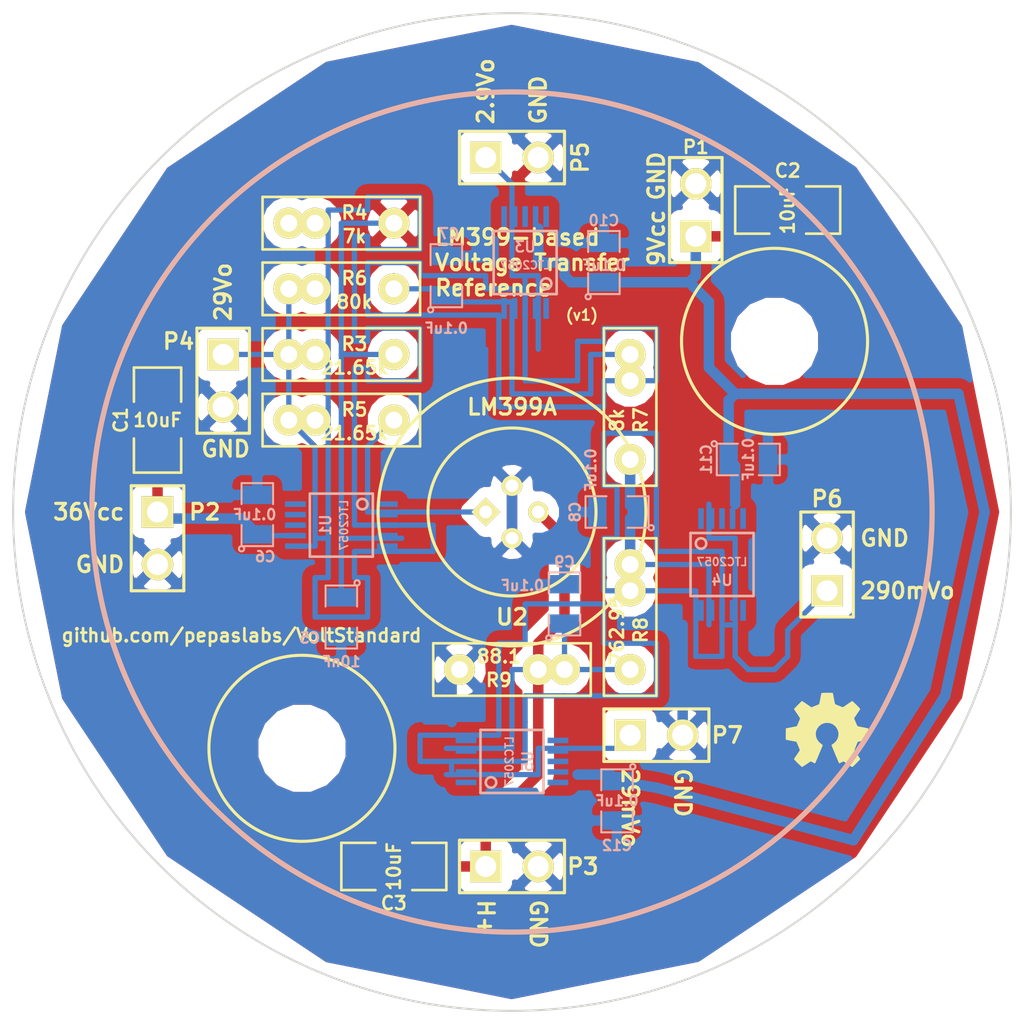
<source format=kicad_pcb>
(kicad_pcb (version 3) (host pcbnew "(2013-07-07 BZR 4022)-stable")

  (general
    (links 68)
    (no_connects 26)
    (area 183.464999 133.299999 231.825001 181.660001)
    (thickness 1.6)
    (drawings 19)
    (tracks 229)
    (zones 0)
    (modules 33)
    (nets 14)
  )

  (page A3)
  (layers
    (15 F.Cu signal)
    (0 B.Cu signal)
    (16 B.Adhes user)
    (17 F.Adhes user)
    (18 B.Paste user)
    (19 F.Paste user)
    (20 B.SilkS user)
    (21 F.SilkS user)
    (22 B.Mask user)
    (23 F.Mask user)
    (24 Dwgs.User user)
    (25 Cmts.User user)
    (26 Eco1.User user)
    (27 Eco2.User user)
    (28 Edge.Cuts user)
  )

  (setup
    (last_trace_width 0.254)
    (user_trace_width 0.508)
    (user_trace_width 1.016)
    (trace_clearance 0.254)
    (zone_clearance 0.508)
    (zone_45_only no)
    (trace_min 0.254)
    (segment_width 0.254)
    (edge_width 0.1)
    (via_size 0.889)
    (via_drill 0.635)
    (via_min_size 0.889)
    (via_min_drill 0.508)
    (uvia_size 0.508)
    (uvia_drill 0.127)
    (uvias_allowed no)
    (uvia_min_size 0.508)
    (uvia_min_drill 0.127)
    (pcb_text_width 0.3)
    (pcb_text_size 1.5 1.5)
    (mod_edge_width 0.127)
    (mod_text_size 1 1)
    (mod_text_width 0.15)
    (pad_size 3.2 3.2)
    (pad_drill 3.2)
    (pad_to_mask_clearance 0)
    (aux_axis_origin 0 0)
    (visible_elements 7FFFFFFF)
    (pcbplotparams
      (layerselection 284196865)
      (usegerberextensions true)
      (excludeedgelayer true)
      (linewidth 0.150000)
      (plotframeref false)
      (viasonmask false)
      (mode 1)
      (useauxorigin false)
      (hpglpennumber 1)
      (hpglpenspeed 20)
      (hpglpendiameter 15)
      (hpglpenoverlay 2)
      (psnegative false)
      (psa4output false)
      (plotreference true)
      (plotvalue true)
      (plotothertext true)
      (plotinvisibletext false)
      (padsonsilk false)
      (subtractmaskfromsilk false)
      (outputformat 1)
      (mirror false)
      (drillshape 0)
      (scaleselection 1)
      (outputdirectory gerbers_lm399/))
  )

  (net 0 "")
  (net 1 /2.9V)
  (net 2 /290mV)
  (net 3 /29mV)
  (net 4 /Op-)
  (net 5 /Vz)
  (net 6 2.9Vo)
  (net 7 290mVo)
  (net 8 29Vo)
  (net 9 29mVo)
  (net 10 36V)
  (net 11 9V)
  (net 12 GND)
  (net 13 H+)

  (net_class Default "This is the default net class."
    (clearance 0.254)
    (trace_width 0.254)
    (via_dia 0.889)
    (via_drill 0.635)
    (uvia_dia 0.508)
    (uvia_drill 0.127)
    (add_net "")
    (add_net /2.9V)
    (add_net /290mV)
    (add_net /29mV)
    (add_net /Op-)
    (add_net /Vz)
    (add_net 2.9Vo)
    (add_net 290mVo)
    (add_net 29Vo)
    (add_net 29mVo)
    (add_net 36V)
    (add_net 9V)
    (add_net GND)
    (add_net H+)
  )

  (module SM1206 (layer F.Cu) (tedit 53B047D0) (tstamp 53ACF06C)
    (at 201.93 174.625 180)
    (path /53ACE3AD)
    (attr smd)
    (fp_text reference C3 (at 0 -1.778 180) (layer F.SilkS)
      (effects (font (size 0.635 0.635) (thickness 0.127)))
    )
    (fp_text value 10uF (at 0 0 270) (layer F.SilkS)
      (effects (font (size 0.635 0.635) (thickness 0.127)))
    )
    (fp_line (start -2.54 -1.143) (end -2.54 1.143) (layer F.SilkS) (width 0.127))
    (fp_line (start -2.54 1.143) (end -0.889 1.143) (layer F.SilkS) (width 0.127))
    (fp_line (start 0.889 -1.143) (end 2.54 -1.143) (layer F.SilkS) (width 0.127))
    (fp_line (start 2.54 -1.143) (end 2.54 1.143) (layer F.SilkS) (width 0.127))
    (fp_line (start 2.54 1.143) (end 0.889 1.143) (layer F.SilkS) (width 0.127))
    (fp_line (start -0.889 -1.143) (end -2.54 -1.143) (layer F.SilkS) (width 0.127))
    (pad 1 smd rect (at -1.651 0 180) (size 1.524 2.032)
      (layers F.Cu F.Paste F.Mask)
      (net 13 H+)
    )
    (pad 2 smd rect (at 1.651 0 180) (size 1.524 2.032)
      (layers F.Cu F.Paste F.Mask)
      (net 12 GND)
    )
    (model smd/chip_cms.wrl
      (at (xyz 0 0 0))
      (scale (xyz 0.17 0.16 0.16))
      (rotate (xyz 0 0 0))
    )
  )

  (module SM1206 (layer F.Cu) (tedit 53B0476F) (tstamp 53ACF084)
    (at 190.5 153.035 90)
    (path /53ACDD58)
    (attr smd)
    (fp_text reference C1 (at 0 -1.778 90) (layer F.SilkS)
      (effects (font (size 0.635 0.635) (thickness 0.127)))
    )
    (fp_text value 10uF (at 0 0 180) (layer F.SilkS)
      (effects (font (size 0.635 0.635) (thickness 0.127)))
    )
    (fp_line (start -2.54 -1.143) (end -2.54 1.143) (layer F.SilkS) (width 0.127))
    (fp_line (start -2.54 1.143) (end -0.889 1.143) (layer F.SilkS) (width 0.127))
    (fp_line (start 0.889 -1.143) (end 2.54 -1.143) (layer F.SilkS) (width 0.127))
    (fp_line (start 2.54 -1.143) (end 2.54 1.143) (layer F.SilkS) (width 0.127))
    (fp_line (start 2.54 1.143) (end 0.889 1.143) (layer F.SilkS) (width 0.127))
    (fp_line (start -0.889 -1.143) (end -2.54 -1.143) (layer F.SilkS) (width 0.127))
    (pad 1 smd rect (at -1.651 0 90) (size 1.524 2.032)
      (layers F.Cu F.Paste F.Mask)
      (net 10 36V)
    )
    (pad 2 smd rect (at 1.651 0 90) (size 1.524 2.032)
      (layers F.Cu F.Paste F.Mask)
      (net 12 GND)
    )
    (model smd/chip_cms.wrl
      (at (xyz 0 0 0))
      (scale (xyz 0.17 0.16 0.16))
      (rotate (xyz 0 0 0))
    )
  )

  (module SM0805 (layer B.Cu) (tedit 53B04891) (tstamp 53ACF091)
    (at 195.326 157.607 90)
    (path /53ACD8BD)
    (attr smd)
    (fp_text reference C6 (at -2.032 0.381 180) (layer B.SilkS)
      (effects (font (size 0.50038 0.50038) (thickness 0.10922)) (justify mirror))
    )
    (fp_text value 0.1uF (at 0 -0.127 180) (layer B.SilkS)
      (effects (font (size 0.50038 0.50038) (thickness 0.10922)) (justify mirror))
    )
    (fp_circle (center -1.651 -0.762) (end -1.651 -0.635) (layer B.SilkS) (width 0.09906))
    (fp_line (start -0.508 -0.762) (end -1.524 -0.762) (layer B.SilkS) (width 0.09906))
    (fp_line (start -1.524 -0.762) (end -1.524 0.762) (layer B.SilkS) (width 0.09906))
    (fp_line (start -1.524 0.762) (end -0.508 0.762) (layer B.SilkS) (width 0.09906))
    (fp_line (start 0.508 0.762) (end 1.524 0.762) (layer B.SilkS) (width 0.09906))
    (fp_line (start 1.524 0.762) (end 1.524 -0.762) (layer B.SilkS) (width 0.09906))
    (fp_line (start 1.524 -0.762) (end 0.508 -0.762) (layer B.SilkS) (width 0.09906))
    (pad 1 smd rect (at -0.9525 0 90) (size 0.889 1.397)
      (layers B.Cu B.Paste B.Mask)
      (net 10 36V)
    )
    (pad 2 smd rect (at 0.9525 0 90) (size 0.889 1.397)
      (layers B.Cu B.Paste B.Mask)
      (net 12 GND)
    )
    (model smd/chip_cms.wrl
      (at (xyz 0 0 0))
      (scale (xyz 0.1 0.1 0.1))
      (rotate (xyz 0 0 0))
    )
  )

  (module SM0805 (layer B.Cu) (tedit 53B04954) (tstamp 53ACF09E)
    (at 212.725 171.45 270)
    (path /53ACE570)
    (attr smd)
    (fp_text reference C12 (at 2.159 0 360) (layer B.SilkS)
      (effects (font (size 0.50038 0.50038) (thickness 0.10922)) (justify mirror))
    )
    (fp_text value 0.1uF (at 0 0 360) (layer B.SilkS)
      (effects (font (size 0.50038 0.50038) (thickness 0.10922)) (justify mirror))
    )
    (fp_circle (center -1.651 -0.762) (end -1.651 -0.635) (layer B.SilkS) (width 0.09906))
    (fp_line (start -0.508 -0.762) (end -1.524 -0.762) (layer B.SilkS) (width 0.09906))
    (fp_line (start -1.524 -0.762) (end -1.524 0.762) (layer B.SilkS) (width 0.09906))
    (fp_line (start -1.524 0.762) (end -0.508 0.762) (layer B.SilkS) (width 0.09906))
    (fp_line (start 0.508 0.762) (end 1.524 0.762) (layer B.SilkS) (width 0.09906))
    (fp_line (start 1.524 0.762) (end 1.524 -0.762) (layer B.SilkS) (width 0.09906))
    (fp_line (start 1.524 -0.762) (end 0.508 -0.762) (layer B.SilkS) (width 0.09906))
    (pad 1 smd rect (at -0.9525 0 270) (size 0.889 1.397)
      (layers B.Cu B.Paste B.Mask)
      (net 11 9V)
    )
    (pad 2 smd rect (at 0.9525 0 270) (size 0.889 1.397)
      (layers B.Cu B.Paste B.Mask)
      (net 12 GND)
    )
    (model smd/chip_cms.wrl
      (at (xyz 0 0 0))
      (scale (xyz 0.1 0.1 0.1))
      (rotate (xyz 0 0 0))
    )
  )

  (module SM0805 (layer B.Cu) (tedit 53B048FE) (tstamp 53ACF0AB)
    (at 219.075 154.94)
    (path /53ACE564)
    (attr smd)
    (fp_text reference C11 (at -2.032 0 90) (layer B.SilkS)
      (effects (font (size 0.50038 0.50038) (thickness 0.10922)) (justify mirror))
    )
    (fp_text value 0.1uF (at 0 0 90) (layer B.SilkS)
      (effects (font (size 0.50038 0.50038) (thickness 0.10922)) (justify mirror))
    )
    (fp_circle (center -1.651 -0.762) (end -1.651 -0.635) (layer B.SilkS) (width 0.09906))
    (fp_line (start -0.508 -0.762) (end -1.524 -0.762) (layer B.SilkS) (width 0.09906))
    (fp_line (start -1.524 -0.762) (end -1.524 0.762) (layer B.SilkS) (width 0.09906))
    (fp_line (start -1.524 0.762) (end -0.508 0.762) (layer B.SilkS) (width 0.09906))
    (fp_line (start 0.508 0.762) (end 1.524 0.762) (layer B.SilkS) (width 0.09906))
    (fp_line (start 1.524 0.762) (end 1.524 -0.762) (layer B.SilkS) (width 0.09906))
    (fp_line (start 1.524 -0.762) (end 0.508 -0.762) (layer B.SilkS) (width 0.09906))
    (pad 1 smd rect (at -0.9525 0) (size 0.889 1.397)
      (layers B.Cu B.Paste B.Mask)
      (net 11 9V)
    )
    (pad 2 smd rect (at 0.9525 0) (size 0.889 1.397)
      (layers B.Cu B.Paste B.Mask)
      (net 12 GND)
    )
    (model smd/chip_cms.wrl
      (at (xyz 0 0 0))
      (scale (xyz 0.1 0.1 0.1))
      (rotate (xyz 0 0 0))
    )
  )

  (module SM0805 (layer B.Cu) (tedit 53B048A3) (tstamp 53ACF0B8)
    (at 212.09 145.415 90)
    (path /53ACE54E)
    (attr smd)
    (fp_text reference C10 (at 2.032 0 180) (layer B.SilkS)
      (effects (font (size 0.508 0.508) (thickness 0.1016)) (justify mirror))
    )
    (fp_text value 0.1uF (at -0.127 0 180) (layer B.SilkS)
      (effects (font (size 0.508 0.508) (thickness 0.1016)) (justify mirror))
    )
    (fp_circle (center -1.651 -0.762) (end -1.651 -0.635) (layer B.SilkS) (width 0.09906))
    (fp_line (start -0.508 -0.762) (end -1.524 -0.762) (layer B.SilkS) (width 0.09906))
    (fp_line (start -1.524 -0.762) (end -1.524 0.762) (layer B.SilkS) (width 0.09906))
    (fp_line (start -1.524 0.762) (end -0.508 0.762) (layer B.SilkS) (width 0.09906))
    (fp_line (start 0.508 0.762) (end 1.524 0.762) (layer B.SilkS) (width 0.09906))
    (fp_line (start 1.524 0.762) (end 1.524 -0.762) (layer B.SilkS) (width 0.09906))
    (fp_line (start 1.524 -0.762) (end 0.508 -0.762) (layer B.SilkS) (width 0.09906))
    (pad 1 smd rect (at -0.9525 0 90) (size 0.889 1.397)
      (layers B.Cu B.Paste B.Mask)
      (net 11 9V)
    )
    (pad 2 smd rect (at 0.9525 0 90) (size 0.889 1.397)
      (layers B.Cu B.Paste B.Mask)
      (net 12 GND)
    )
    (model smd/chip_cms.wrl
      (at (xyz 0 0 0))
      (scale (xyz 0.1 0.1 0.1))
      (rotate (xyz 0 0 0))
    )
  )

  (module SM0805 (layer B.Cu) (tedit 53B08887) (tstamp 53ACF0C5)
    (at 210.185 161.925 90)
    (path /53ACDFEC)
    (attr smd)
    (fp_text reference C9 (at 2.032 0 180) (layer B.SilkS)
      (effects (font (size 0.50038 0.50038) (thickness 0.10922)) (justify mirror))
    )
    (fp_text value 0.1uF (at 0.889 -2.032 180) (layer B.SilkS)
      (effects (font (size 0.50038 0.50038) (thickness 0.10922)) (justify mirror))
    )
    (fp_circle (center -1.651 -0.762) (end -1.651 -0.635) (layer B.SilkS) (width 0.09906))
    (fp_line (start -0.508 -0.762) (end -1.524 -0.762) (layer B.SilkS) (width 0.09906))
    (fp_line (start -1.524 -0.762) (end -1.524 0.762) (layer B.SilkS) (width 0.09906))
    (fp_line (start -1.524 0.762) (end -0.508 0.762) (layer B.SilkS) (width 0.09906))
    (fp_line (start 0.508 0.762) (end 1.524 0.762) (layer B.SilkS) (width 0.09906))
    (fp_line (start 1.524 0.762) (end 1.524 -0.762) (layer B.SilkS) (width 0.09906))
    (fp_line (start 1.524 -0.762) (end 0.508 -0.762) (layer B.SilkS) (width 0.09906))
    (pad 1 smd rect (at -0.9525 0 90) (size 0.889 1.397)
      (layers B.Cu B.Paste B.Mask)
      (net 3 /29mV)
    )
    (pad 2 smd rect (at 0.9525 0 90) (size 0.889 1.397)
      (layers B.Cu B.Paste B.Mask)
      (net 12 GND)
    )
    (model smd/chip_cms.wrl
      (at (xyz 0 0 0))
      (scale (xyz 0.1 0.1 0.1))
      (rotate (xyz 0 0 0))
    )
  )

  (module SM0805 (layer B.Cu) (tedit 53B08900) (tstamp 53ACF0D2)
    (at 212.725 157.48 180)
    (path /53ACDFDF)
    (attr smd)
    (fp_text reference C8 (at 2.032 0 270) (layer B.SilkS)
      (effects (font (size 0.50038 0.50038) (thickness 0.10922)) (justify mirror))
    )
    (fp_text value 0.1uF (at 1.27 2.032 270) (layer B.SilkS)
      (effects (font (size 0.50038 0.50038) (thickness 0.10922)) (justify mirror))
    )
    (fp_circle (center -1.651 -0.762) (end -1.651 -0.635) (layer B.SilkS) (width 0.09906))
    (fp_line (start -0.508 -0.762) (end -1.524 -0.762) (layer B.SilkS) (width 0.09906))
    (fp_line (start -1.524 -0.762) (end -1.524 0.762) (layer B.SilkS) (width 0.09906))
    (fp_line (start -1.524 0.762) (end -0.508 0.762) (layer B.SilkS) (width 0.09906))
    (fp_line (start 0.508 0.762) (end 1.524 0.762) (layer B.SilkS) (width 0.09906))
    (fp_line (start 1.524 0.762) (end 1.524 -0.762) (layer B.SilkS) (width 0.09906))
    (fp_line (start 1.524 -0.762) (end 0.508 -0.762) (layer B.SilkS) (width 0.09906))
    (pad 1 smd rect (at -0.9525 0 180) (size 0.889 1.397)
      (layers B.Cu B.Paste B.Mask)
      (net 2 /290mV)
    )
    (pad 2 smd rect (at 0.9525 0 180) (size 0.889 1.397)
      (layers B.Cu B.Paste B.Mask)
      (net 12 GND)
    )
    (model smd/chip_cms.wrl
      (at (xyz 0 0 0))
      (scale (xyz 0.1 0.1 0.1))
      (rotate (xyz 0 0 0))
    )
  )

  (module SM0805 (layer B.Cu) (tedit 53B08925) (tstamp 53ACF0DF)
    (at 204.47 146.05 90)
    (path /53ACDFD2)
    (attr smd)
    (fp_text reference C7 (at 2.032 0.127 180) (layer B.SilkS)
      (effects (font (size 0.50038 0.50038) (thickness 0.10922)) (justify mirror))
    )
    (fp_text value 0.1uF (at -2.54 0 180) (layer B.SilkS)
      (effects (font (size 0.50038 0.50038) (thickness 0.10922)) (justify mirror))
    )
    (fp_circle (center -1.651 -0.762) (end -1.651 -0.635) (layer B.SilkS) (width 0.09906))
    (fp_line (start -0.508 -0.762) (end -1.524 -0.762) (layer B.SilkS) (width 0.09906))
    (fp_line (start -1.524 -0.762) (end -1.524 0.762) (layer B.SilkS) (width 0.09906))
    (fp_line (start -1.524 0.762) (end -0.508 0.762) (layer B.SilkS) (width 0.09906))
    (fp_line (start 0.508 0.762) (end 1.524 0.762) (layer B.SilkS) (width 0.09906))
    (fp_line (start 1.524 0.762) (end 1.524 -0.762) (layer B.SilkS) (width 0.09906))
    (fp_line (start 1.524 -0.762) (end 0.508 -0.762) (layer B.SilkS) (width 0.09906))
    (pad 1 smd rect (at -0.9525 0 90) (size 0.889 1.397)
      (layers B.Cu B.Paste B.Mask)
      (net 1 /2.9V)
    )
    (pad 2 smd rect (at 0.9525 0 90) (size 0.889 1.397)
      (layers B.Cu B.Paste B.Mask)
      (net 12 GND)
    )
    (model smd/chip_cms.wrl
      (at (xyz 0 0 0))
      (scale (xyz 0.1 0.1 0.1))
      (rotate (xyz 0 0 0))
    )
  )

  (module SM0805 (layer B.Cu) (tedit 53B08A26) (tstamp 53ACF0EC)
    (at 199.39 162.56 270)
    (path /53ACDF2B)
    (attr smd)
    (fp_text reference C5 (at 1.016 1.524 360) (layer B.SilkS)
      (effects (font (size 0.50038 0.50038) (thickness 0.10922)) (justify mirror))
    )
    (fp_text value 10nF (at 2.159 0 360) (layer B.SilkS)
      (effects (font (size 0.50038 0.50038) (thickness 0.10922)) (justify mirror))
    )
    (fp_circle (center -1.651 -0.762) (end -1.651 -0.635) (layer B.SilkS) (width 0.09906))
    (fp_line (start -0.508 -0.762) (end -1.524 -0.762) (layer B.SilkS) (width 0.09906))
    (fp_line (start -1.524 -0.762) (end -1.524 0.762) (layer B.SilkS) (width 0.09906))
    (fp_line (start -1.524 0.762) (end -0.508 0.762) (layer B.SilkS) (width 0.09906))
    (fp_line (start 0.508 0.762) (end 1.524 0.762) (layer B.SilkS) (width 0.09906))
    (fp_line (start 1.524 0.762) (end 1.524 -0.762) (layer B.SilkS) (width 0.09906))
    (fp_line (start 1.524 -0.762) (end 0.508 -0.762) (layer B.SilkS) (width 0.09906))
    (pad 1 smd rect (at -0.9525 0 270) (size 0.889 1.397)
      (layers B.Cu B.Paste B.Mask)
      (net 4 /Op-)
    )
    (pad 2 smd rect (at 0.9525 0 270) (size 0.889 1.397)
      (layers B.Cu B.Paste B.Mask)
      (net 12 GND)
    )
    (model smd/chip_cms.wrl
      (at (xyz 0 0 0))
      (scale (xyz 0.1 0.1 0.1))
      (rotate (xyz 0 0 0))
    )
  )

  (module PIN_ARRAY_2X1 (layer F.Cu) (tedit 53AF76B7) (tstamp 53ACF18F)
    (at 207.645 174.625)
    (descr "Connecteurs 2 pins")
    (tags "CONN DEV")
    (path /53ACE0FD)
    (fp_text reference P3 (at 3.429 0) (layer F.SilkS)
      (effects (font (size 0.762 0.762) (thickness 0.1524)))
    )
    (fp_text value CONN_2 (at 0 -1.905) (layer F.SilkS) hide
      (effects (font (size 0.762 0.762) (thickness 0.1524)))
    )
    (fp_line (start -2.54 1.27) (end -2.54 -1.27) (layer F.SilkS) (width 0.1524))
    (fp_line (start -2.54 -1.27) (end 2.54 -1.27) (layer F.SilkS) (width 0.1524))
    (fp_line (start 2.54 -1.27) (end 2.54 1.27) (layer F.SilkS) (width 0.1524))
    (fp_line (start 2.54 1.27) (end -2.54 1.27) (layer F.SilkS) (width 0.1524))
    (pad 1 thru_hole rect (at -1.27 0) (size 1.524 1.524) (drill 1.016)
      (layers *.Cu *.Mask F.SilkS)
      (net 13 H+)
    )
    (pad 2 thru_hole circle (at 1.27 0) (size 1.524 1.524) (drill 1.016)
      (layers *.Cu *.Mask F.SilkS)
      (net 12 GND)
    )
    (model pin_array/pins_array_2x1.wrl
      (at (xyz 0 0 0))
      (scale (xyz 1 1 1))
      (rotate (xyz 0 0 0))
    )
  )

  (module TO-46-PLASTIC (layer F.Cu) (tedit 53AF765F) (tstamp 53ACF751)
    (at 207.645 157.48)
    (path /53ACB9A5)
    (fp_text reference U2 (at 0 5.08) (layer F.SilkS)
      (effects (font (size 0.762 0.762) (thickness 0.1524)))
    )
    (fp_text value LM399A (at 0 -5.08) (layer F.SilkS)
      (effects (font (size 0.762 0.762) (thickness 0.1524)))
    )
    (fp_circle (center 0 0) (end -6.477 0) (layer F.SilkS) (width 0.15))
    (fp_circle (center 0 0) (end -4.064 0) (layer F.SilkS) (width 0.15))
    (pad 1 thru_hole rect (at -1.27 0 45) (size 0.9906 0.9906) (drill 0.6096)
      (layers *.Cu *.Mask F.SilkS)
      (net 5 /Vz)
    )
    (pad 3 thru_hole circle (at 1.27 0) (size 0.9906 0.9906) (drill 0.6096)
      (layers *.Cu *.Mask F.SilkS)
      (net 13 H+)
    )
    (pad 4 thru_hole circle (at 0 -1.27) (size 0.9906 0.9906) (drill 0.6096)
      (layers *.Cu *.Mask F.SilkS)
      (net 12 GND)
    )
    (pad 2 thru_hole circle (at 0 1.27) (size 0.9906 0.9906) (drill 0.6096)
      (layers *.Cu *.Mask F.SilkS)
      (net 12 GND)
    )
  )

  (module PIN_ARRAY_2X1 (layer F.Cu) (tedit 53B03B26) (tstamp 53AF577D)
    (at 193.675 151.13 270)
    (descr "Connecteurs 2 pins")
    (tags "CONN DEV")
    (path /53AF569A)
    (fp_text reference P4 (at -1.905 2.159 360) (layer F.SilkS)
      (effects (font (size 0.762 0.762) (thickness 0.1524)))
    )
    (fp_text value CONN_2 (at 0 -1.905 270) (layer F.SilkS) hide
      (effects (font (size 0.762 0.762) (thickness 0.1524)))
    )
    (fp_line (start -2.54 1.27) (end -2.54 -1.27) (layer F.SilkS) (width 0.1524))
    (fp_line (start -2.54 -1.27) (end 2.54 -1.27) (layer F.SilkS) (width 0.1524))
    (fp_line (start 2.54 -1.27) (end 2.54 1.27) (layer F.SilkS) (width 0.1524))
    (fp_line (start 2.54 1.27) (end -2.54 1.27) (layer F.SilkS) (width 0.1524))
    (pad 1 thru_hole rect (at -1.27 0 270) (size 1.524 1.524) (drill 1.016)
      (layers *.Cu *.Mask F.SilkS)
      (net 8 29Vo)
    )
    (pad 2 thru_hole circle (at 1.27 0 270) (size 1.524 1.524) (drill 1.016)
      (layers *.Cu *.Mask F.SilkS)
      (net 12 GND)
    )
    (model pin_array/pins_array_2x1.wrl
      (at (xyz 0 0 0))
      (scale (xyz 1 1 1))
      (rotate (xyz 0 0 0))
    )
  )

  (module PIN_ARRAY_2X1 (layer F.Cu) (tedit 53B08D0C) (tstamp 53AF5787)
    (at 207.645 140.335)
    (descr "Connecteurs 2 pins")
    (tags "CONN DEV")
    (path /53AF56AA)
    (fp_text reference P5 (at 3.302 0 90) (layer F.SilkS)
      (effects (font (size 0.762 0.762) (thickness 0.1524)))
    )
    (fp_text value CONN_2 (at 0 1.905) (layer F.SilkS) hide
      (effects (font (size 0.762 0.762) (thickness 0.1524)))
    )
    (fp_line (start -2.54 1.27) (end -2.54 -1.27) (layer F.SilkS) (width 0.1524))
    (fp_line (start -2.54 -1.27) (end 2.54 -1.27) (layer F.SilkS) (width 0.1524))
    (fp_line (start 2.54 -1.27) (end 2.54 1.27) (layer F.SilkS) (width 0.1524))
    (fp_line (start 2.54 1.27) (end -2.54 1.27) (layer F.SilkS) (width 0.1524))
    (pad 1 thru_hole rect (at -1.27 0) (size 1.524 1.524) (drill 1.016)
      (layers *.Cu *.Mask F.SilkS)
      (net 6 2.9Vo)
    )
    (pad 2 thru_hole circle (at 1.27 0) (size 1.524 1.524) (drill 1.016)
      (layers *.Cu *.Mask F.SilkS)
      (net 12 GND)
    )
    (model pin_array/pins_array_2x1.wrl
      (at (xyz 0 0 0))
      (scale (xyz 1 1 1))
      (rotate (xyz 0 0 0))
    )
  )

  (module PIN_ARRAY_2X1 (layer F.Cu) (tedit 53AF766F) (tstamp 53AF57CE)
    (at 222.885 160.02 90)
    (descr "Connecteurs 2 pins")
    (tags "CONN DEV")
    (path /53AF56C6)
    (fp_text reference P6 (at 3.175 0 180) (layer F.SilkS)
      (effects (font (size 0.762 0.762) (thickness 0.1524)))
    )
    (fp_text value CONN_2 (at 0 -1.905 90) (layer F.SilkS) hide
      (effects (font (size 0.762 0.762) (thickness 0.1524)))
    )
    (fp_line (start -2.54 1.27) (end -2.54 -1.27) (layer F.SilkS) (width 0.1524))
    (fp_line (start -2.54 -1.27) (end 2.54 -1.27) (layer F.SilkS) (width 0.1524))
    (fp_line (start 2.54 -1.27) (end 2.54 1.27) (layer F.SilkS) (width 0.1524))
    (fp_line (start 2.54 1.27) (end -2.54 1.27) (layer F.SilkS) (width 0.1524))
    (pad 1 thru_hole rect (at -1.27 0 90) (size 1.524 1.524) (drill 1.016)
      (layers *.Cu *.Mask F.SilkS)
      (net 7 290mVo)
    )
    (pad 2 thru_hole circle (at 1.27 0 90) (size 1.524 1.524) (drill 1.016)
      (layers *.Cu *.Mask F.SilkS)
      (net 12 GND)
    )
    (model pin_array/pins_array_2x1.wrl
      (at (xyz 0 0 0))
      (scale (xyz 1 1 1))
      (rotate (xyz 0 0 0))
    )
  )

  (module PIN_ARRAY_2X1 (layer F.Cu) (tedit 53AF76B3) (tstamp 53AF57D8)
    (at 214.63 168.275)
    (descr "Connecteurs 2 pins")
    (tags "CONN DEV")
    (path /53AF56CC)
    (fp_text reference P7 (at 3.429 0) (layer F.SilkS)
      (effects (font (size 0.762 0.762) (thickness 0.1524)))
    )
    (fp_text value CONN_2 (at 0 -1.905) (layer F.SilkS) hide
      (effects (font (size 0.762 0.762) (thickness 0.1524)))
    )
    (fp_line (start -2.54 1.27) (end -2.54 -1.27) (layer F.SilkS) (width 0.1524))
    (fp_line (start -2.54 -1.27) (end 2.54 -1.27) (layer F.SilkS) (width 0.1524))
    (fp_line (start 2.54 -1.27) (end 2.54 1.27) (layer F.SilkS) (width 0.1524))
    (fp_line (start 2.54 1.27) (end -2.54 1.27) (layer F.SilkS) (width 0.1524))
    (pad 1 thru_hole rect (at -1.27 0) (size 1.524 1.524) (drill 1.016)
      (layers *.Cu *.Mask F.SilkS)
      (net 9 29mVo)
    )
    (pad 2 thru_hole circle (at 1.27 0) (size 1.524 1.524) (drill 1.016)
      (layers *.Cu *.Mask F.SilkS)
      (net 12 GND)
    )
    (model pin_array/pins_array_2x1.wrl
      (at (xyz 0 0 0))
      (scale (xyz 1 1 1))
      (rotate (xyz 0 0 0))
    )
  )

  (module OSHW-logo_silkscreen-front_4mm (layer F.Cu) (tedit 0) (tstamp 53AFD892)
    (at 222.885 168.021)
    (fp_text reference G*** (at 0 2.1209) (layer F.SilkS) hide
      (effects (font (size 0.18034 0.18034) (thickness 0.03556)))
    )
    (fp_text value OSHW-logo_silkscreen-front_4mm (at 0 -2.1209) (layer F.SilkS) hide
      (effects (font (size 0.18034 0.18034) (thickness 0.03556)))
    )
    (fp_poly (pts (xy -1.21158 1.79578) (xy -1.19126 1.78562) (xy -1.143 1.75514) (xy -1.07696 1.71196)
      (xy -0.99822 1.65862) (xy -0.91948 1.60528) (xy -0.85344 1.5621) (xy -0.80772 1.53162)
      (xy -0.78994 1.52146) (xy -0.77978 1.524) (xy -0.74168 1.54432) (xy -0.6858 1.57226)
      (xy -0.65532 1.5875) (xy -0.60452 1.61036) (xy -0.57912 1.61544) (xy -0.57658 1.60782)
      (xy -0.55626 1.56972) (xy -0.52832 1.50368) (xy -0.49022 1.41732) (xy -0.44704 1.31572)
      (xy -0.40132 1.2065) (xy -0.3556 1.09474) (xy -0.30988 0.98806) (xy -0.27178 0.89154)
      (xy -0.23876 0.81534) (xy -0.21844 0.75946) (xy -0.21082 0.7366) (xy -0.21336 0.73152)
      (xy -0.23876 0.70866) (xy -0.28194 0.67564) (xy -0.37846 0.5969) (xy -0.4699 0.48006)
      (xy -0.52832 0.34798) (xy -0.5461 0.20066) (xy -0.53086 0.06604) (xy -0.47752 -0.0635)
      (xy -0.38608 -0.18288) (xy -0.27432 -0.26924) (xy -0.14478 -0.32512) (xy 0 -0.3429)
      (xy 0.1397 -0.32766) (xy 0.27178 -0.27432) (xy 0.39116 -0.18542) (xy 0.43942 -0.127)
      (xy 0.508 -0.00762) (xy 0.54864 0.11938) (xy 0.55118 0.14986) (xy 0.5461 0.2921)
      (xy 0.50546 0.42672) (xy 0.4318 0.5461) (xy 0.32766 0.64516) (xy 0.31496 0.65532)
      (xy 0.2667 0.69088) (xy 0.23622 0.71374) (xy 0.21082 0.73406) (xy 0.38862 1.16586)
      (xy 0.41656 1.23444) (xy 0.46736 1.35128) (xy 0.51054 1.45288) (xy 0.54356 1.53416)
      (xy 0.56896 1.5875) (xy 0.57912 1.61036) (xy 0.57912 1.61036) (xy 0.59436 1.6129)
      (xy 0.62738 1.6002) (xy 0.68834 1.57226) (xy 0.72898 1.55194) (xy 0.7747 1.52908)
      (xy 0.79502 1.52146) (xy 0.8128 1.53162) (xy 0.85598 1.55956) (xy 0.91948 1.60274)
      (xy 0.99568 1.65354) (xy 1.06934 1.70434) (xy 1.13792 1.75006) (xy 1.18618 1.78054)
      (xy 1.21158 1.79324) (xy 1.21412 1.79324) (xy 1.23444 1.78054) (xy 1.27508 1.75006)
      (xy 1.3335 1.69418) (xy 1.41478 1.6129) (xy 1.42748 1.6002) (xy 1.49606 1.52908)
      (xy 1.55194 1.47066) (xy 1.59004 1.43002) (xy 1.60274 1.41224) (xy 1.60274 1.41224)
      (xy 1.59004 1.38684) (xy 1.55956 1.33858) (xy 1.51384 1.27) (xy 1.4605 1.19126)
      (xy 1.31826 0.98298) (xy 1.397 0.7874) (xy 1.41986 0.72898) (xy 1.45034 0.65532)
      (xy 1.4732 0.60452) (xy 1.4859 0.58166) (xy 1.50622 0.57404) (xy 1.55956 0.56134)
      (xy 1.6383 0.54356) (xy 1.72974 0.52832) (xy 1.81864 0.51054) (xy 1.89738 0.4953)
      (xy 1.9558 0.48514) (xy 1.9812 0.48006) (xy 1.98628 0.47498) (xy 1.99136 0.46228)
      (xy 1.99644 0.43688) (xy 1.99644 0.38862) (xy 1.99898 0.31242) (xy 1.99898 0.20066)
      (xy 1.99898 0.1905) (xy 1.99644 0.08382) (xy 1.99644 0) (xy 1.9939 -0.05334)
      (xy 1.98882 -0.07366) (xy 1.98882 -0.07366) (xy 1.96342 -0.08128) (xy 1.90754 -0.09144)
      (xy 1.8288 -0.10922) (xy 1.73228 -0.127) (xy 1.7272 -0.127) (xy 1.63322 -0.14478)
      (xy 1.55448 -0.16256) (xy 1.4986 -0.17526) (xy 1.47574 -0.18288) (xy 1.47066 -0.18796)
      (xy 1.45034 -0.22606) (xy 1.4224 -0.28448) (xy 1.39192 -0.3556) (xy 1.36144 -0.42926)
      (xy 1.3335 -0.49784) (xy 1.31572 -0.5461) (xy 1.31064 -0.56896) (xy 1.31064 -0.56896)
      (xy 1.32588 -0.59182) (xy 1.3589 -0.64262) (xy 1.40462 -0.70866) (xy 1.4605 -0.78994)
      (xy 1.46304 -0.79756) (xy 1.51892 -0.8763) (xy 1.5621 -0.94488) (xy 1.59258 -0.99314)
      (xy 1.60274 -1.01346) (xy 1.60274 -1.016) (xy 1.58496 -1.03886) (xy 1.54432 -1.08458)
      (xy 1.4859 -1.14554) (xy 1.41478 -1.21666) (xy 1.39192 -1.23698) (xy 1.31572 -1.31318)
      (xy 1.26238 -1.36398) (xy 1.22682 -1.38938) (xy 1.21158 -1.397) (xy 1.21158 -1.39446)
      (xy 1.18618 -1.38176) (xy 1.13538 -1.34874) (xy 1.0668 -1.30048) (xy 0.98552 -1.24714)
      (xy 0.98044 -1.24206) (xy 0.9017 -1.18872) (xy 0.83566 -1.143) (xy 0.7874 -1.11252)
      (xy 0.76708 -1.09982) (xy 0.762 -1.09982) (xy 0.73152 -1.10998) (xy 0.6731 -1.12776)
      (xy 0.60452 -1.1557) (xy 0.53086 -1.18618) (xy 0.46228 -1.21412) (xy 0.41148 -1.23698)
      (xy 0.38862 -1.24968) (xy 0.38862 -1.25222) (xy 0.37846 -1.28016) (xy 0.36576 -1.34112)
      (xy 0.34798 -1.4224) (xy 0.3302 -1.52146) (xy 0.32766 -1.5367) (xy 0.30988 -1.63068)
      (xy 0.29464 -1.70942) (xy 0.28194 -1.7653) (xy 0.27686 -1.78816) (xy 0.26416 -1.7907)
      (xy 0.2159 -1.79324) (xy 0.14478 -1.79578) (xy 0.05842 -1.79578) (xy -0.03048 -1.79578)
      (xy -0.11684 -1.79324) (xy -0.19304 -1.7907) (xy -0.24638 -1.78816) (xy -0.26924 -1.78308)
      (xy -0.27178 -1.78054) (xy -0.2794 -1.7526) (xy -0.2921 -1.69164) (xy -0.30988 -1.61036)
      (xy -0.32766 -1.5113) (xy -0.3302 -1.49352) (xy -0.34798 -1.39954) (xy -0.36576 -1.3208)
      (xy -0.37592 -1.26746) (xy -0.38354 -1.24714) (xy -0.39116 -1.24206) (xy -0.42926 -1.22428)
      (xy -0.49276 -1.19888) (xy -0.57404 -1.16586) (xy -0.75692 -1.0922) (xy -0.98044 -1.24714)
      (xy -1.00076 -1.25984) (xy -1.08204 -1.31572) (xy -1.14808 -1.3589) (xy -1.1938 -1.38938)
      (xy -1.21412 -1.39954) (xy -1.21412 -1.39954) (xy -1.23698 -1.37922) (xy -1.2827 -1.33858)
      (xy -1.34366 -1.27762) (xy -1.41224 -1.20904) (xy -1.46558 -1.1557) (xy -1.52654 -1.0922)
      (xy -1.56718 -1.05156) (xy -1.5875 -1.02362) (xy -1.59512 -1.00584) (xy -1.59258 -0.99568)
      (xy -1.57988 -0.97282) (xy -1.54686 -0.92456) (xy -1.50114 -0.85598) (xy -1.44526 -0.77724)
      (xy -1.39954 -0.70866) (xy -1.35128 -0.635) (xy -1.3208 -0.58166) (xy -1.3081 -0.55372)
      (xy -1.31064 -0.54356) (xy -1.32842 -0.50038) (xy -1.35382 -0.4318) (xy -1.38684 -0.35306)
      (xy -1.46558 -0.17526) (xy -1.58242 -0.15494) (xy -1.65354 -0.1397) (xy -1.7526 -0.12192)
      (xy -1.84658 -0.10414) (xy -1.9939 -0.07366) (xy -1.99898 0.46482) (xy -1.97612 0.47498)
      (xy -1.95326 0.4826) (xy -1.89992 0.49276) (xy -1.82118 0.508) (xy -1.72974 0.52578)
      (xy -1.651 0.54102) (xy -1.57226 0.55626) (xy -1.51638 0.56642) (xy -1.49098 0.5715)
      (xy -1.48336 0.58166) (xy -1.46304 0.61976) (xy -1.4351 0.68072) (xy -1.40462 0.75438)
      (xy -1.37414 0.82804) (xy -1.3462 0.89916) (xy -1.32588 0.9525) (xy -1.31826 0.98044)
      (xy -1.32842 1.00076) (xy -1.3589 1.04648) (xy -1.40208 1.11252) (xy -1.45542 1.19126)
      (xy -1.5113 1.27) (xy -1.55448 1.33858) (xy -1.5875 1.38684) (xy -1.6002 1.40716)
      (xy -1.59258 1.4224) (xy -1.5621 1.4605) (xy -1.50368 1.52146) (xy -1.41478 1.61036)
      (xy -1.39954 1.62306) (xy -1.33096 1.69164) (xy -1.27 1.74498) (xy -1.22936 1.78308)
      (xy -1.21158 1.79578)) (layer F.SilkS) (width 0.00254))
  )

  (module hole_M3 (layer F.Cu) (tedit 53AFB13B) (tstamp 53B03C1A)
    (at 220.345 149.225)
    (descr "M3 mounting hole")
    (path 1pin)
    (fp_text reference H*** (at 0 -3.048) (layer F.SilkS) hide
      (effects (font (size 1.016 1.016) (thickness 0.254)))
    )
    (fp_text value Val** (at 0 2.794) (layer F.SilkS) hide
      (effects (font (size 1.016 1.016) (thickness 0.254)))
    )
    (fp_circle (center 0 0) (end 4.5 0) (layer F.SilkS) (width 0.15))
    (pad "" np_thru_hole circle (at 0 0) (size 3.2 3.2) (drill 3.2)
      (layers *.Cu *.Mask F.SilkS)
    )
  )

  (module hole_M3 (layer F.Cu) (tedit 53AFB113) (tstamp 53B03C25)
    (at 197.485 168.91)
    (descr "M3 mounting hole")
    (path 1pin)
    (fp_text reference H*** (at 0 -3.048) (layer F.SilkS) hide
      (effects (font (size 1.016 1.016) (thickness 0.254)))
    )
    (fp_text value Val** (at 0 2.794) (layer F.SilkS) hide
      (effects (font (size 1.016 1.016) (thickness 0.254)))
    )
    (fp_circle (center 0 0) (end 4.5 0) (layer F.SilkS) (width 0.15))
    (pad "" np_thru_hole circle (at 0 0) (size 3.2 3.2) (drill 3.2)
      (layers *.Cu *.Mask F.SilkS)
    )
  )

  (module SM1206 (layer F.Cu) (tedit 53B0539A) (tstamp 53B050D0)
    (at 220.98 142.875)
    (path /53B0503D)
    (attr smd)
    (fp_text reference C2 (at 0 -1.905) (layer F.SilkS)
      (effects (font (size 0.635 0.635) (thickness 0.127)))
    )
    (fp_text value 10uF (at 0 0 90) (layer F.SilkS)
      (effects (font (size 0.635 0.635) (thickness 0.127)))
    )
    (fp_line (start -2.54 -1.143) (end -2.54 1.143) (layer F.SilkS) (width 0.127))
    (fp_line (start -2.54 1.143) (end -0.889 1.143) (layer F.SilkS) (width 0.127))
    (fp_line (start 0.889 -1.143) (end 2.54 -1.143) (layer F.SilkS) (width 0.127))
    (fp_line (start 2.54 -1.143) (end 2.54 1.143) (layer F.SilkS) (width 0.127))
    (fp_line (start 2.54 1.143) (end 0.889 1.143) (layer F.SilkS) (width 0.127))
    (fp_line (start -0.889 -1.143) (end -2.54 -1.143) (layer F.SilkS) (width 0.127))
    (pad 1 smd rect (at -1.651 0) (size 1.524 2.032)
      (layers F.Cu F.Paste F.Mask)
      (net 11 9V)
    )
    (pad 2 smd rect (at 1.651 0) (size 1.524 2.032)
      (layers F.Cu F.Paste F.Mask)
      (net 12 GND)
    )
    (model smd/chip_cms.wrl
      (at (xyz 0 0 0))
      (scale (xyz 0.17 0.16 0.16))
      (rotate (xyz 0 0 0))
    )
  )

  (module PIN_ARRAY_2X1 (layer F.Cu) (tedit 53B05258) (tstamp 53B050DA)
    (at 216.535 142.875 90)
    (descr "Connecteurs 2 pins")
    (tags "CONN DEV")
    (path /53B0504B)
    (fp_text reference P1 (at 3.048 0 180) (layer F.SilkS)
      (effects (font (size 0.635 0.635) (thickness 0.127)))
    )
    (fp_text value CONN_2 (at 0 -1.905 90) (layer F.SilkS) hide
      (effects (font (size 0.762 0.762) (thickness 0.1524)))
    )
    (fp_line (start -2.54 1.27) (end -2.54 -1.27) (layer F.SilkS) (width 0.1524))
    (fp_line (start -2.54 -1.27) (end 2.54 -1.27) (layer F.SilkS) (width 0.1524))
    (fp_line (start 2.54 -1.27) (end 2.54 1.27) (layer F.SilkS) (width 0.1524))
    (fp_line (start 2.54 1.27) (end -2.54 1.27) (layer F.SilkS) (width 0.1524))
    (pad 1 thru_hole rect (at -1.27 0 90) (size 1.524 1.524) (drill 1.016)
      (layers *.Cu *.Mask F.SilkS)
      (net 11 9V)
    )
    (pad 2 thru_hole circle (at 1.27 0 90) (size 1.524 1.524) (drill 1.016)
      (layers *.Cu *.Mask F.SilkS)
      (net 12 GND)
    )
    (model pin_array/pins_array_2x1.wrl
      (at (xyz 0 0 0))
      (scale (xyz 1 1 1))
      (rotate (xyz 0 0 0))
    )
  )

  (module PIN_ARRAY_2X1 (layer F.Cu) (tedit 53B092F1) (tstamp 53B06559)
    (at 190.5 158.75 270)
    (descr "Connecteurs 2 pins")
    (tags "CONN DEV")
    (path /53B06599)
    (fp_text reference P2 (at -1.27 -2.286 360) (layer F.SilkS)
      (effects (font (size 0.762 0.762) (thickness 0.1524)))
    )
    (fp_text value CONN_2 (at 0 -1.905 270) (layer F.SilkS) hide
      (effects (font (size 0.762 0.762) (thickness 0.1524)))
    )
    (fp_line (start -2.54 1.27) (end -2.54 -1.27) (layer F.SilkS) (width 0.1524))
    (fp_line (start -2.54 -1.27) (end 2.54 -1.27) (layer F.SilkS) (width 0.1524))
    (fp_line (start 2.54 -1.27) (end 2.54 1.27) (layer F.SilkS) (width 0.1524))
    (fp_line (start 2.54 1.27) (end -2.54 1.27) (layer F.SilkS) (width 0.1524))
    (pad 1 thru_hole rect (at -1.27 0 270) (size 1.524 1.524) (drill 1.016)
      (layers *.Cu *.Mask F.SilkS)
      (net 10 36V)
    )
    (pad 2 thru_hole circle (at 1.27 0 270) (size 1.524 1.524) (drill 1.016)
      (layers *.Cu *.Mask F.SilkS)
      (net 12 GND)
    )
    (model pin_array/pins_array_2x1.wrl
      (at (xyz 0 0 0))
      (scale (xyz 1 1 1))
      (rotate (xyz 0 0 0))
    )
  )

  (module R_BOX (layer F.Cu) (tedit 53C47184) (tstamp 53C471F8)
    (at 196.85 143.51)
    (path /53ACBBA6)
    (fp_text reference R4 (at 3.175 -0.508) (layer F.SilkS)
      (effects (font (size 0.635 0.635) (thickness 0.127)))
    )
    (fp_text value 7k (at 3.175 0.635) (layer F.SilkS)
      (effects (font (size 0.635 0.635) (thickness 0.127)))
    )
    (fp_line (start -1.27 -1.27) (end 6.35 -1.27) (layer F.SilkS) (width 0.127))
    (fp_line (start 6.35 -1.27) (end 6.35 1.27) (layer F.SilkS) (width 0.127))
    (fp_line (start 6.35 1.27) (end -1.27 1.27) (layer F.SilkS) (width 0.127))
    (fp_line (start -1.27 1.27) (end -1.27 -1.27) (layer F.SilkS) (width 0.127))
    (pad 1 thru_hole circle (at 0 0) (size 1.4986 1.4986) (drill 0.8128)
      (layers *.Cu *.Mask F.SilkS)
      (net 4 /Op-)
    )
    (pad 2 thru_hole circle (at 5.08 0) (size 1.4986 1.4986) (drill 0.8128)
      (layers *.Cu *.Mask F.SilkS)
      (net 12 GND)
    )
    (pad 1 thru_hole circle (at 1.27 0) (size 1.4986 1.4986) (drill 0.8128)
      (layers *.Cu *.Mask F.SilkS)
      (net 4 /Op-)
    )
  )

  (module R_BOX (layer F.Cu) (tedit 53C47184) (tstamp 53C4720F)
    (at 196.85 146.685)
    (path /53ACBF1A)
    (fp_text reference R6 (at 3.175 -0.508) (layer F.SilkS)
      (effects (font (size 0.635 0.635) (thickness 0.127)))
    )
    (fp_text value 80k (at 3.175 0.635) (layer F.SilkS)
      (effects (font (size 0.635 0.635) (thickness 0.127)))
    )
    (fp_line (start -1.27 -1.27) (end 6.35 -1.27) (layer F.SilkS) (width 0.127))
    (fp_line (start 6.35 -1.27) (end 6.35 1.27) (layer F.SilkS) (width 0.127))
    (fp_line (start 6.35 1.27) (end -1.27 1.27) (layer F.SilkS) (width 0.127))
    (fp_line (start -1.27 1.27) (end -1.27 -1.27) (layer F.SilkS) (width 0.127))
    (pad 1 thru_hole circle (at 0 0) (size 1.4986 1.4986) (drill 0.8128)
      (layers *.Cu *.Mask F.SilkS)
      (net 8 29Vo)
    )
    (pad 2 thru_hole circle (at 5.08 0) (size 1.4986 1.4986) (drill 0.8128)
      (layers *.Cu *.Mask F.SilkS)
      (net 1 /2.9V)
    )
    (pad 1 thru_hole circle (at 1.27 0) (size 1.4986 1.4986) (drill 0.8128)
      (layers *.Cu *.Mask F.SilkS)
      (net 8 29Vo)
    )
  )

  (module R_BOX (layer F.Cu) (tedit 53C47184) (tstamp 53C47231)
    (at 196.85 149.86)
    (path /53ACBB97)
    (fp_text reference R3 (at 3.175 -0.508) (layer F.SilkS)
      (effects (font (size 0.635 0.635) (thickness 0.127)))
    )
    (fp_text value 21.65k (at 3.175 0.635) (layer F.SilkS)
      (effects (font (size 0.635 0.635) (thickness 0.127)))
    )
    (fp_line (start -1.27 -1.27) (end 6.35 -1.27) (layer F.SilkS) (width 0.127))
    (fp_line (start 6.35 -1.27) (end 6.35 1.27) (layer F.SilkS) (width 0.127))
    (fp_line (start 6.35 1.27) (end -1.27 1.27) (layer F.SilkS) (width 0.127))
    (fp_line (start -1.27 1.27) (end -1.27 -1.27) (layer F.SilkS) (width 0.127))
    (pad 1 thru_hole circle (at 0 0) (size 1.4986 1.4986) (drill 0.8128)
      (layers *.Cu *.Mask F.SilkS)
      (net 8 29Vo)
    )
    (pad 2 thru_hole circle (at 5.08 0) (size 1.4986 1.4986) (drill 0.8128)
      (layers *.Cu *.Mask F.SilkS)
      (net 4 /Op-)
    )
    (pad 1 thru_hole circle (at 1.27 0) (size 1.4986 1.4986) (drill 0.8128)
      (layers *.Cu *.Mask F.SilkS)
      (net 8 29Vo)
    )
  )

  (module R_BOX (layer F.Cu) (tedit 53C47184) (tstamp 53C47248)
    (at 196.85 153.035)
    (path /53ACBBB3)
    (fp_text reference R5 (at 3.175 -0.508) (layer F.SilkS)
      (effects (font (size 0.635 0.635) (thickness 0.127)))
    )
    (fp_text value 21.65k (at 3.175 0.635) (layer F.SilkS)
      (effects (font (size 0.635 0.635) (thickness 0.127)))
    )
    (fp_line (start -1.27 -1.27) (end 6.35 -1.27) (layer F.SilkS) (width 0.127))
    (fp_line (start 6.35 -1.27) (end 6.35 1.27) (layer F.SilkS) (width 0.127))
    (fp_line (start 6.35 1.27) (end -1.27 1.27) (layer F.SilkS) (width 0.127))
    (fp_line (start -1.27 1.27) (end -1.27 -1.27) (layer F.SilkS) (width 0.127))
    (pad 1 thru_hole circle (at 0 0) (size 1.4986 1.4986) (drill 0.8128)
      (layers *.Cu *.Mask F.SilkS)
      (net 8 29Vo)
    )
    (pad 2 thru_hole circle (at 5.08 0) (size 1.4986 1.4986) (drill 0.8128)
      (layers *.Cu *.Mask F.SilkS)
      (net 5 /Vz)
    )
    (pad 1 thru_hole circle (at 1.27 0) (size 1.4986 1.4986) (drill 0.8128)
      (layers *.Cu *.Mask F.SilkS)
      (net 8 29Vo)
    )
  )

  (module R_BOX (layer F.Cu) (tedit 53C47184) (tstamp 53C4725F)
    (at 213.36 149.86 270)
    (path /53ACBF20)
    (fp_text reference R7 (at 3.175 -0.508 270) (layer F.SilkS)
      (effects (font (size 0.635 0.635) (thickness 0.127)))
    )
    (fp_text value 8k (at 3.175 0.635 270) (layer F.SilkS)
      (effects (font (size 0.635 0.635) (thickness 0.127)))
    )
    (fp_line (start -1.27 -1.27) (end 6.35 -1.27) (layer F.SilkS) (width 0.127))
    (fp_line (start 6.35 -1.27) (end 6.35 1.27) (layer F.SilkS) (width 0.127))
    (fp_line (start 6.35 1.27) (end -1.27 1.27) (layer F.SilkS) (width 0.127))
    (fp_line (start -1.27 1.27) (end -1.27 -1.27) (layer F.SilkS) (width 0.127))
    (pad 1 thru_hole circle (at 0 0 270) (size 1.4986 1.4986) (drill 0.8128)
      (layers *.Cu *.Mask F.SilkS)
      (net 1 /2.9V)
    )
    (pad 2 thru_hole circle (at 5.08 0 270) (size 1.4986 1.4986) (drill 0.8128)
      (layers *.Cu *.Mask F.SilkS)
      (net 2 /290mV)
    )
    (pad 1 thru_hole circle (at 1.27 0 270) (size 1.4986 1.4986) (drill 0.8128)
      (layers *.Cu *.Mask F.SilkS)
      (net 1 /2.9V)
    )
  )

  (module R_BOX (layer F.Cu) (tedit 53C47184) (tstamp 53C47276)
    (at 213.36 160.02 270)
    (path /53ACBF26)
    (fp_text reference R8 (at 3.175 -0.508 270) (layer F.SilkS)
      (effects (font (size 0.635 0.635) (thickness 0.127)))
    )
    (fp_text value 762.95 (at 3.175 0.635 270) (layer F.SilkS)
      (effects (font (size 0.635 0.635) (thickness 0.127)))
    )
    (fp_line (start -1.27 -1.27) (end 6.35 -1.27) (layer F.SilkS) (width 0.127))
    (fp_line (start 6.35 -1.27) (end 6.35 1.27) (layer F.SilkS) (width 0.127))
    (fp_line (start 6.35 1.27) (end -1.27 1.27) (layer F.SilkS) (width 0.127))
    (fp_line (start -1.27 1.27) (end -1.27 -1.27) (layer F.SilkS) (width 0.127))
    (pad 1 thru_hole circle (at 0 0 270) (size 1.4986 1.4986) (drill 0.8128)
      (layers *.Cu *.Mask F.SilkS)
      (net 2 /290mV)
    )
    (pad 2 thru_hole circle (at 5.08 0 270) (size 1.4986 1.4986) (drill 0.8128)
      (layers *.Cu *.Mask F.SilkS)
      (net 3 /29mV)
    )
    (pad 1 thru_hole circle (at 1.27 0 270) (size 1.4986 1.4986) (drill 0.8128)
      (layers *.Cu *.Mask F.SilkS)
      (net 2 /290mV)
    )
  )

  (module R_BOX (layer F.Cu) (tedit 53C47184) (tstamp 53C4728D)
    (at 210.185 165.1 180)
    (path /53ACBF2C)
    (fp_text reference R9 (at 3.175 -0.508 180) (layer F.SilkS)
      (effects (font (size 0.635 0.635) (thickness 0.127)))
    )
    (fp_text value 88.1 (at 3.175 0.635 180) (layer F.SilkS)
      (effects (font (size 0.635 0.635) (thickness 0.127)))
    )
    (fp_line (start -1.27 -1.27) (end 6.35 -1.27) (layer F.SilkS) (width 0.127))
    (fp_line (start 6.35 -1.27) (end 6.35 1.27) (layer F.SilkS) (width 0.127))
    (fp_line (start 6.35 1.27) (end -1.27 1.27) (layer F.SilkS) (width 0.127))
    (fp_line (start -1.27 1.27) (end -1.27 -1.27) (layer F.SilkS) (width 0.127))
    (pad 1 thru_hole circle (at 0 0 180) (size 1.4986 1.4986) (drill 0.8128)
      (layers *.Cu *.Mask F.SilkS)
      (net 3 /29mV)
    )
    (pad 2 thru_hole circle (at 5.08 0 180) (size 1.4986 1.4986) (drill 0.8128)
      (layers *.Cu *.Mask F.SilkS)
      (net 12 GND)
    )
    (pad 1 thru_hole circle (at 1.27 0 180) (size 1.4986 1.4986) (drill 0.8128)
      (layers *.Cu *.Mask F.SilkS)
      (net 3 /29mV)
    )
  )

  (module MSOP10-0.5 (layer B.Cu) (tedit 53C47863) (tstamp 53C4792B)
    (at 199.39 158.115 270)
    (descr "MSOP10 10pins pitch 0.5mm")
    (path /53ACBB19)
    (attr smd)
    (fp_text reference U1 (at 0 0.762 270) (layer B.SilkS)
      (effects (font (size 0.508 0.508) (thickness 0.1016)) (justify mirror))
    )
    (fp_text value LTC2057 (at 0 -0.127 270) (layer B.SilkS)
      (effects (font (size 0.381 0.381) (thickness 0.0762)) (justify mirror))
    )
    (fp_circle (center -1.016 -1.016) (end -1.016 -0.762) (layer B.SilkS) (width 0.127))
    (fp_line (start 1.524 -1.524) (end -1.524 -1.524) (layer B.SilkS) (width 0.127))
    (fp_line (start -1.524 -1.524) (end -1.524 1.524) (layer B.SilkS) (width 0.127))
    (fp_line (start -1.524 1.524) (end 1.524 1.524) (layer B.SilkS) (width 0.127))
    (fp_line (start 1.524 1.524) (end 1.524 -1.524) (layer B.SilkS) (width 0.127))
    (pad 1 smd rect (at -1.016 -2.2225 270) (size 0.26924 1.00076)
      (layers B.Cu B.Paste B.Mask)
    )
    (pad 2 smd rect (at -0.508 -2.2225 270) (size 0.26924 1.00076)
      (layers B.Cu B.Paste B.Mask)
      (net 5 /Vz)
    )
    (pad 3 smd rect (at 0 -2.2225 270) (size 0.26924 1.00076)
      (layers B.Cu B.Paste B.Mask)
      (net 4 /Op-)
    )
    (pad 4 smd rect (at 0.508 -2.2225 270) (size 0.26924 1.00076)
      (layers B.Cu B.Paste B.Mask)
      (net 12 GND)
    )
    (pad 5 smd rect (at 1.016 -2.2225 270) (size 0.26924 1.00076)
      (layers B.Cu B.Paste B.Mask)
    )
    (pad 6 smd rect (at 1.016 2.2225 270) (size 0.26924 1.00076)
      (layers B.Cu B.Paste B.Mask)
      (net 8 29Vo)
    )
    (pad 7 smd rect (at 0.508 2.2225 270) (size 0.26924 1.00076)
      (layers B.Cu B.Paste B.Mask)
      (net 10 36V)
    )
    (pad 8 smd rect (at 0 2.2225 270) (size 0.26924 1.00076)
      (layers B.Cu B.Paste B.Mask)
    )
    (pad 9 smd rect (at -0.508 2.2225 270) (size 0.26924 1.00076)
      (layers B.Cu B.Paste B.Mask)
    )
    (pad 10 smd rect (at -1.016 2.2225 270) (size 0.26924 1.00076)
      (layers B.Cu B.Paste B.Mask)
    )
    (model smd\MSOP_10.wrl
      (at (xyz 0 0 0))
      (scale (xyz 0.3 0.35 0.3))
      (rotate (xyz 0 0 0))
    )
  )

  (module MSOP10-0.5 (layer B.Cu) (tedit 53C47863) (tstamp 53C47953)
    (at 208.28 145.415 180)
    (descr "MSOP10 10pins pitch 0.5mm")
    (path /53ACBFE6)
    (attr smd)
    (fp_text reference U3 (at 0 0.762 180) (layer B.SilkS)
      (effects (font (size 0.508 0.508) (thickness 0.1016)) (justify mirror))
    )
    (fp_text value LTC2057 (at 0 -0.127 180) (layer B.SilkS)
      (effects (font (size 0.381 0.381) (thickness 0.0762)) (justify mirror))
    )
    (fp_circle (center -1.016 -1.016) (end -1.016 -0.762) (layer B.SilkS) (width 0.127))
    (fp_line (start 1.524 -1.524) (end -1.524 -1.524) (layer B.SilkS) (width 0.127))
    (fp_line (start -1.524 -1.524) (end -1.524 1.524) (layer B.SilkS) (width 0.127))
    (fp_line (start -1.524 1.524) (end 1.524 1.524) (layer B.SilkS) (width 0.127))
    (fp_line (start 1.524 1.524) (end 1.524 -1.524) (layer B.SilkS) (width 0.127))
    (pad 1 smd rect (at -1.016 -2.2225 180) (size 0.26924 1.00076)
      (layers B.Cu B.Paste B.Mask)
    )
    (pad 2 smd rect (at -0.508 -2.2225 180) (size 0.26924 1.00076)
      (layers B.Cu B.Paste B.Mask)
      (net 6 2.9Vo)
    )
    (pad 3 smd rect (at 0 -2.2225 180) (size 0.26924 1.00076)
      (layers B.Cu B.Paste B.Mask)
      (net 1 /2.9V)
    )
    (pad 4 smd rect (at 0.508 -2.2225 180) (size 0.26924 1.00076)
      (layers B.Cu B.Paste B.Mask)
      (net 12 GND)
    )
    (pad 5 smd rect (at 1.016 -2.2225 180) (size 0.26924 1.00076)
      (layers B.Cu B.Paste B.Mask)
    )
    (pad 6 smd rect (at 1.016 2.2225 180) (size 0.26924 1.00076)
      (layers B.Cu B.Paste B.Mask)
      (net 6 2.9Vo)
    )
    (pad 7 smd rect (at 0.508 2.2225 180) (size 0.26924 1.00076)
      (layers B.Cu B.Paste B.Mask)
      (net 11 9V)
    )
    (pad 8 smd rect (at 0 2.2225 180) (size 0.26924 1.00076)
      (layers B.Cu B.Paste B.Mask)
    )
    (pad 9 smd rect (at -0.508 2.2225 180) (size 0.26924 1.00076)
      (layers B.Cu B.Paste B.Mask)
    )
    (pad 10 smd rect (at -1.016 2.2225 180) (size 0.26924 1.00076)
      (layers B.Cu B.Paste B.Mask)
    )
    (model smd\MSOP_10.wrl
      (at (xyz 0 0 0))
      (scale (xyz 0.3 0.35 0.3))
      (rotate (xyz 0 0 0))
    )
  )

  (module MSOP10-0.5 (layer B.Cu) (tedit 53C47863) (tstamp 53C4797A)
    (at 217.805 160.02)
    (descr "MSOP10 10pins pitch 0.5mm")
    (path /53ACC514)
    (attr smd)
    (fp_text reference U4 (at 0 0.762) (layer B.SilkS)
      (effects (font (size 0.508 0.508) (thickness 0.1016)) (justify mirror))
    )
    (fp_text value LTC2057 (at 0 -0.127) (layer B.SilkS)
      (effects (font (size 0.381 0.381) (thickness 0.0762)) (justify mirror))
    )
    (fp_circle (center -1.016 -1.016) (end -1.016 -0.762) (layer B.SilkS) (width 0.127))
    (fp_line (start 1.524 -1.524) (end -1.524 -1.524) (layer B.SilkS) (width 0.127))
    (fp_line (start -1.524 -1.524) (end -1.524 1.524) (layer B.SilkS) (width 0.127))
    (fp_line (start -1.524 1.524) (end 1.524 1.524) (layer B.SilkS) (width 0.127))
    (fp_line (start 1.524 1.524) (end 1.524 -1.524) (layer B.SilkS) (width 0.127))
    (pad 1 smd rect (at -1.016 -2.2225) (size 0.26924 1.00076)
      (layers B.Cu B.Paste B.Mask)
    )
    (pad 2 smd rect (at -0.508 -2.2225) (size 0.26924 1.00076)
      (layers B.Cu B.Paste B.Mask)
      (net 7 290mVo)
    )
    (pad 3 smd rect (at 0 -2.2225) (size 0.26924 1.00076)
      (layers B.Cu B.Paste B.Mask)
      (net 2 /290mV)
    )
    (pad 4 smd rect (at 0.508 -2.2225) (size 0.26924 1.00076)
      (layers B.Cu B.Paste B.Mask)
      (net 12 GND)
    )
    (pad 5 smd rect (at 1.016 -2.2225) (size 0.26924 1.00076)
      (layers B.Cu B.Paste B.Mask)
    )
    (pad 6 smd rect (at 1.016 2.2225) (size 0.26924 1.00076)
      (layers B.Cu B.Paste B.Mask)
      (net 7 290mVo)
    )
    (pad 7 smd rect (at 0.508 2.2225) (size 0.26924 1.00076)
      (layers B.Cu B.Paste B.Mask)
      (net 11 9V)
    )
    (pad 8 smd rect (at 0 2.2225) (size 0.26924 1.00076)
      (layers B.Cu B.Paste B.Mask)
    )
    (pad 9 smd rect (at -0.508 2.2225) (size 0.26924 1.00076)
      (layers B.Cu B.Paste B.Mask)
    )
    (pad 10 smd rect (at -1.016 2.2225) (size 0.26924 1.00076)
      (layers B.Cu B.Paste B.Mask)
    )
    (model smd\MSOP_10.wrl
      (at (xyz 0 0 0))
      (scale (xyz 0.3 0.35 0.3))
      (rotate (xyz 0 0 0))
    )
  )

  (module MSOP10-0.5 (layer B.Cu) (tedit 53C47863) (tstamp 53C479A1)
    (at 207.645 169.545 90)
    (descr "MSOP10 10pins pitch 0.5mm")
    (path /53ACC541)
    (attr smd)
    (fp_text reference U5 (at 0 0.762 90) (layer B.SilkS)
      (effects (font (size 0.508 0.508) (thickness 0.1016)) (justify mirror))
    )
    (fp_text value LTC2057 (at 0 -0.127 90) (layer B.SilkS)
      (effects (font (size 0.381 0.381) (thickness 0.0762)) (justify mirror))
    )
    (fp_circle (center -1.016 -1.016) (end -1.016 -0.762) (layer B.SilkS) (width 0.127))
    (fp_line (start 1.524 -1.524) (end -1.524 -1.524) (layer B.SilkS) (width 0.127))
    (fp_line (start -1.524 -1.524) (end -1.524 1.524) (layer B.SilkS) (width 0.127))
    (fp_line (start -1.524 1.524) (end 1.524 1.524) (layer B.SilkS) (width 0.127))
    (fp_line (start 1.524 1.524) (end 1.524 -1.524) (layer B.SilkS) (width 0.127))
    (pad 1 smd rect (at -1.016 -2.2225 90) (size 0.26924 1.00076)
      (layers B.Cu B.Paste B.Mask)
    )
    (pad 2 smd rect (at -0.508 -2.2225 90) (size 0.26924 1.00076)
      (layers B.Cu B.Paste B.Mask)
      (net 9 29mVo)
    )
    (pad 3 smd rect (at 0 -2.2225 90) (size 0.26924 1.00076)
      (layers B.Cu B.Paste B.Mask)
      (net 3 /29mV)
    )
    (pad 4 smd rect (at 0.508 -2.2225 90) (size 0.26924 1.00076)
      (layers B.Cu B.Paste B.Mask)
      (net 12 GND)
    )
    (pad 5 smd rect (at 1.016 -2.2225 90) (size 0.26924 1.00076)
      (layers B.Cu B.Paste B.Mask)
    )
    (pad 6 smd rect (at 1.016 2.2225 90) (size 0.26924 1.00076)
      (layers B.Cu B.Paste B.Mask)
      (net 9 29mVo)
    )
    (pad 7 smd rect (at 0.508 2.2225 90) (size 0.26924 1.00076)
      (layers B.Cu B.Paste B.Mask)
      (net 11 9V)
    )
    (pad 8 smd rect (at 0 2.2225 90) (size 0.26924 1.00076)
      (layers B.Cu B.Paste B.Mask)
    )
    (pad 9 smd rect (at -0.508 2.2225 90) (size 0.26924 1.00076)
      (layers B.Cu B.Paste B.Mask)
    )
    (pad 10 smd rect (at -1.016 2.2225 90) (size 0.26924 1.00076)
      (layers B.Cu B.Paste B.Mask)
    )
    (model smd\MSOP_10.wrl
      (at (xyz 0 0 0))
      (scale (xyz 0.3 0.35 0.3))
      (rotate (xyz 0 0 0))
    )
  )

  (gr_text 9Vcc (at 214.63 145.669 90) (layer F.SilkS)
    (effects (font (size 0.762 0.762) (thickness 0.1524)) (justify left))
  )
  (gr_text GND (at 214.63 142.494 90) (layer F.SilkS)
    (effects (font (size 0.762 0.762) (thickness 0.1524)) (justify left))
  )
  (gr_text 29mVo (at 213.36 169.799 270) (layer F.SilkS)
    (effects (font (size 0.762 0.762) (thickness 0.1524)) (justify left))
  )
  (gr_text GND (at 215.9 169.799 270) (layer F.SilkS)
    (effects (font (size 0.762 0.762) (thickness 0.1524)) (justify left))
  )
  (gr_text 290mVo (at 224.409 161.29) (layer F.SilkS)
    (effects (font (size 0.762 0.762) (thickness 0.1524)) (justify left))
  )
  (gr_text 2.9Vo (at 206.375 138.811 90) (layer F.SilkS)
    (effects (font (size 0.762 0.762) (thickness 0.1524)) (justify left))
  )
  (gr_text 29Vo (at 193.675 148.336 90) (layer F.SilkS)
    (effects (font (size 0.762 0.762) (thickness 0.1524)) (justify left))
  )
  (gr_text 36Vcc (at 188.976 157.48) (layer F.SilkS)
    (effects (font (size 0.762 0.762) (thickness 0.1524)) (justify right))
  )
  (gr_text GND (at 188.976 160.02) (layer F.SilkS)
    (effects (font (size 0.762 0.762) (thickness 0.1524)) (justify right))
  )
  (gr_text GND (at 192.532 154.432) (layer F.SilkS)
    (effects (font (size 0.762 0.762) (thickness 0.1524)) (justify left))
  )
  (gr_text GND (at 208.915 138.811 90) (layer F.SilkS)
    (effects (font (size 0.762 0.762) (thickness 0.1524)) (justify left))
  )
  (gr_text GND (at 224.409 158.75) (layer F.SilkS)
    (effects (font (size 0.762 0.762) (thickness 0.1524)) (justify left))
  )
  (gr_text GND (at 208.915 176.149 270) (layer F.SilkS)
    (effects (font (size 0.762 0.762) (thickness 0.1524)) (justify left))
  )
  (gr_text H+ (at 206.375 176.149 270) (layer F.SilkS)
    (effects (font (size 0.762 0.762) (thickness 0.1524)) (justify left))
  )
  (gr_text "(v1)" (at 210.185 147.955) (layer F.SilkS)
    (effects (font (size 0.508 0.508) (thickness 0.1016)) (justify left))
  )
  (gr_text "LM399-based\nVoltage Transfer\nReference" (at 203.835 145.415) (layer F.SilkS)
    (effects (font (size 0.762 0.762) (thickness 0.1524)) (justify left))
  )
  (gr_text github.com/pepaslabs/VoltStandard (at 194.564 163.449) (layer F.SilkS)
    (effects (font (size 0.635 0.635) (thickness 0.127)))
  )
  (gr_circle (center 207.645 157.48) (end 187.325 157.48) (layer B.SilkS) (width 0.254))
  (gr_circle (center 207.645 157.48) (end 231.775 157.48) (layer Edge.Cuts) (width 0.1))

  (segment (start 213.995 166.37) (end 214.63 166.37) (width 0.254) (layer B.Cu) (net 0))
  (segment (start 214.63 163.83) (end 214.63 164.465) (width 0.254) (layer B.Cu) (net 0) (tstamp 53B06841))
  (segment (start 212.09 163.83) (end 212.725 163.83) (width 0.254) (layer B.Cu) (net 0))
  (segment (start 203.2 168.275) (end 203.2 169.545) (width 0.254) (layer B.Cu) (net 0) (tstamp 53B06789))
  (segment (start 203.2 169.545) (end 204.724 169.545) (width 0.254) (layer B.Cu) (net 0) (tstamp 53B0678E))
  (segment (start 204.724 169.545) (end 208.28 169.545) (width 0.254) (layer B.Cu) (net 0) (tstamp 53B068D2))
  (segment (start 208.28 169.545) (end 208.28 167.64) (width 0.254) (layer B.Cu) (net 0) (tstamp 53B0678F))
  (segment (start 208.28 167.64) (end 208.28 166.37) (width 0.254) (layer B.Cu) (net 0) (tstamp 53B06791))
  (segment (start 208.28 166.37) (end 210.185 166.37) (width 0.254) (layer B.Cu) (net 0) (tstamp 53B06793))
  (segment (start 210.185 166.37) (end 213.995 166.37) (width 0.254) (layer B.Cu) (net 0) (tstamp 53B06799))
  (segment (start 214.63 165.735) (end 214.63 165.1) (width 0.254) (layer B.Cu) (net 0) (tstamp 53B0679F))
  (segment (start 214.63 165.1) (end 214.63 164.465) (width 0.254) (layer B.Cu) (net 0) (tstamp 53B067A8))
  (segment (start 213.995 163.83) (end 212.725 163.83) (width 0.254) (layer B.Cu) (net 0) (tstamp 53B067AB))
  (segment (start 212.09 163.83) (end 212.09 161.925) (width 0.254) (layer B.Cu) (net 0) (tstamp 53B067BB))
  (segment (start 212.09 161.925) (end 208.28 161.925) (width 0.254) (layer B.Cu) (net 0) (tstamp 53B067C0))
  (segment (start 208.28 161.925) (end 208.28 163.83) (width 0.254) (layer B.Cu) (net 0) (tstamp 53B067C2))
  (segment (start 208.28 163.83) (end 207.01 163.83) (width 0.254) (layer B.Cu) (net 0) (tstamp 53B067C5))
  (segment (start 207.01 163.83) (end 207.01 166.37) (width 0.254) (layer B.Cu) (net 0) (tstamp 53B067C7))
  (segment (start 207.01 166.37) (end 207.01 168.275) (width 0.254) (layer B.Cu) (net 0) (tstamp 53B067CD))
  (segment (start 207.01 168.275) (end 203.2 168.275) (width 0.254) (layer B.Cu) (net 0))
  (segment (start 213.995 163.83) (end 214.63 163.83) (width 0.254) (layer B.Cu) (net 0))
  (segment (start 214.63 166.37) (end 214.63 165.735) (width 0.254) (layer B.Cu) (net 0) (tstamp 53B06844))
  (segment (start 204.724 170.18) (end 204.724 169.545) (width 0.254) (layer B.Cu) (net 0))
  (segment (start 211.455 149.86) (end 213.36 149.86) (width 0.254) (layer B.Cu) (net 1) (tstamp 53B073EE))
  (segment (start 211.455 151.765) (end 211.455 149.86) (width 0.254) (layer B.Cu) (net 1) (tstamp 53B073ED))
  (segment (start 207.645 151.765) (end 211.455 151.765) (width 0.254) (layer B.Cu) (net 1) (tstamp 53B073EC))
  (segment (start 204.7875 147.0025) (end 204.47 147.0025) (width 0.254) (layer B.Cu) (net 1) (tstamp 53B0731B))
  (segment (start 205.105 147.32) (end 204.7875 147.0025) (width 0.254) (layer B.Cu) (net 1) (tstamp 53B07316))
  (segment (start 207.645 147.32) (end 205.105 147.32) (width 0.254) (layer B.Cu) (net 1) (tstamp 53B07313))
  (segment (start 201.93 146.685) (end 204.1525 146.685) (width 0.254) (layer B.Cu) (net 1))
  (segment (start 204.1525 146.685) (end 204.47 147.0025) (width 0.254) (layer B.Cu) (net 1) (tstamp 53B04137))
  (segment (start 201.93 146.685) (end 201.93 146.05) (width 0.254) (layer B.Cu) (net 1))
  (segment (start 214.63 148.59) (end 212.09 148.59) (width 0.254) (layer B.Cu) (net 1) (tstamp 53B07418))
  (segment (start 214.63 148.59) (end 214.63 151.13) (width 0.254) (layer B.Cu) (net 1) (tstamp 53B07417))
  (segment (start 212.09 151.13) (end 212.09 152.4) (width 0.254) (layer B.Cu) (net 1) (tstamp 53B073F5))
  (segment (start 207.01 151.13) (end 207.01 152.4) (width 0.254) (layer B.Cu) (net 1))
  (segment (start 203.2 147.955) (end 200.66 147.955) (width 0.254) (layer B.Cu) (net 1))
  (segment (start 207.01 147.955) (end 207.01 151.13) (width 0.254) (layer B.Cu) (net 1))
  (segment (start 203.2 147.955) (end 207.01 147.955) (width 0.254) (layer B.Cu) (net 1))
  (segment (start 207.01 152.4) (end 210.82 152.4) (width 0.254) (layer B.Cu) (net 1) (tstamp 53B073A2))
  (segment (start 210.82 152.4) (end 212.09 152.4) (width 0.254) (layer B.Cu) (net 1))
  (segment (start 212.09 151.13) (end 213.995 151.13) (width 0.254) (layer B.Cu) (net 1))
  (segment (start 213.995 151.13) (end 214.63 151.13) (width 0.254) (layer B.Cu) (net 1))
  (segment (start 210.82 151.13) (end 210.82 149.225) (width 0.254) (layer B.Cu) (net 1))
  (segment (start 208.28 151.13) (end 208.28 149.606) (width 0.254) (layer B.Cu) (net 1))
  (segment (start 208.28 149.606) (end 208.28 147.955) (width 0.254) (layer B.Cu) (net 1) (tstamp 53B08967))
  (segment (start 210.82 151.13) (end 208.28 151.13) (width 0.254) (layer B.Cu) (net 1))
  (segment (start 210.82 149.225) (end 212.09 149.225) (width 0.254) (layer B.Cu) (net 1) (tstamp 53B073FB))
  (segment (start 212.09 148.59) (end 212.09 149.225) (width 0.254) (layer B.Cu) (net 1) (tstamp 53B07419))
  (segment (start 208.28 147.955) (end 208.28 147.32) (width 0.254) (layer B.Cu) (net 1))
  (segment (start 208.28 146.685) (end 208.28 147.32) (width 0.254) (layer B.Cu) (net 1))
  (segment (start 208.28 146.685) (end 207.264 146.685) (width 0.254) (layer B.Cu) (net 1))
  (segment (start 206.375 146.685) (end 207.264 146.685) (width 0.254) (layer B.Cu) (net 1) (tstamp 53B07369))
  (segment (start 206.375 146.05) (end 206.375 146.685) (width 0.254) (layer B.Cu) (net 1) (tstamp 53B07364))
  (segment (start 203.2 146.05) (end 206.375 146.05) (width 0.254) (layer B.Cu) (net 1) (tstamp 53B07363))
  (segment (start 203.2 145.415) (end 203.2 146.05) (width 0.254) (layer B.Cu) (net 1) (tstamp 53B07362))
  (segment (start 200.66 145.415) (end 203.2 145.415) (width 0.254) (layer B.Cu) (net 1) (tstamp 53B07361))
  (segment (start 200.66 147.955) (end 200.66 145.415) (width 0.254) (layer B.Cu) (net 1) (tstamp 53B07360))
  (segment (start 208.28 146.685) (end 208.28 146.05) (width 0.254) (layer B.Cu) (net 1) (tstamp 53B08ACF))
  (segment (start 207.645 146.05) (end 208.28 146.05) (width 0.254) (layer B.Cu) (net 1))
  (segment (start 208.28 146.05) (end 208.915 146.05) (width 0.254) (layer B.Cu) (net 1) (tstamp 53B08A7C))
  (segment (start 208.915 146.05) (end 208.915 149.606) (width 0.254) (layer B.Cu) (net 1) (tstamp 53B072E6))
  (segment (start 207.645 143.764) (end 207.645 146.05) (width 0.254) (layer B.Cu) (net 1) (tstamp 53B045C4))
  (segment (start 207.645 143.764) (end 207.645 141.605) (width 0.254) (layer B.Cu) (net 1))
  (segment (start 215.9 160.02) (end 217.17 160.02) (width 0.254) (layer B.Cu) (net 2))
  (segment (start 217.17 162.941) (end 217.17 161.29) (width 0.254) (layer B.Cu) (net 2) (tstamp 53B04056))
  (segment (start 215.9 160.02) (end 213.36 160.02) (width 0.254) (layer B.Cu) (net 2))
  (segment (start 217.17 160.02) (end 217.17 161.29) (width 0.254) (layer B.Cu) (net 2) (tstamp 53B07028))
  (segment (start 213.36 160.02) (end 213.36 157.7975) (width 0.508) (layer B.Cu) (net 2))
  (segment (start 213.36 157.7975) (end 213.6775 157.48) (width 0.508) (layer B.Cu) (net 2) (tstamp 53B04A8A))
  (segment (start 213.36 154.94) (end 213.36 157.1625) (width 0.508) (layer B.Cu) (net 2))
  (segment (start 213.36 157.1625) (end 213.6775 157.48) (width 0.508) (layer B.Cu) (net 2) (tstamp 53B04A85))
  (segment (start 212.09 156.21) (end 212.725 156.21) (width 0.254) (layer B.Cu) (net 2))
  (segment (start 212.09 156.21) (end 212.09 154.94) (width 0.254) (layer B.Cu) (net 2) (tstamp 53B0707F))
  (segment (start 212.09 154.94) (end 212.09 153.67) (width 0.254) (layer B.Cu) (net 2) (tstamp 53B07082))
  (segment (start 212.09 153.67) (end 214.63 153.67) (width 0.254) (layer B.Cu) (net 2) (tstamp 53B07083))
  (segment (start 213.36 161.29) (end 212.09 161.29) (width 0.254) (layer B.Cu) (net 2))
  (segment (start 216.535 161.29) (end 216.535 164.465) (width 0.254) (layer B.Cu) (net 2))
  (segment (start 216.535 164.465) (end 217.805 164.465) (width 0.254) (layer B.Cu) (net 2) (tstamp 53B07058))
  (segment (start 213.36 161.29) (end 216.535 161.29) (width 0.254) (layer B.Cu) (net 2))
  (segment (start 212.09 161.29) (end 212.09 160.02) (width 0.254) (layer B.Cu) (net 2) (tstamp 53B0706E))
  (segment (start 212.09 160.02) (end 212.09 158.75) (width 0.254) (layer B.Cu) (net 2))
  (segment (start 212.725 158.75) (end 212.09 158.75) (width 0.254) (layer B.Cu) (net 2) (tstamp 53B0712D))
  (segment (start 212.725 156.21) (end 212.725 158.75) (width 0.254) (layer B.Cu) (net 2) (tstamp 53B0712C))
  (segment (start 214.63 153.67) (end 214.63 158.75) (width 0.254) (layer B.Cu) (net 2) (tstamp 53B07087))
  (segment (start 217.805 163.195) (end 217.805 164.465) (width 0.254) (layer B.Cu) (net 2) (tstamp 53B070D4))
  (segment (start 217.805 162.941) (end 217.805 163.195) (width 0.254) (layer B.Cu) (net 2) (tstamp 53B070D0))
  (segment (start 214.63 159.385) (end 214.63 158.75) (width 0.254) (layer B.Cu) (net 2) (tstamp 53B070BE))
  (segment (start 217.805 161.29) (end 217.805 163.195) (width 0.254) (layer B.Cu) (net 2) (tstamp 53B0705A))
  (segment (start 217.805 159.385) (end 217.805 161.29) (width 0.254) (layer B.Cu) (net 2) (tstamp 53B070AE))
  (segment (start 215.265 159.385) (end 217.805 159.385) (width 0.254) (layer B.Cu) (net 2) (tstamp 53B070AD))
  (segment (start 215.265 159.385) (end 214.63 159.385) (width 0.254) (layer B.Cu) (net 2))
  (segment (start 218.44 162.941) (end 217.805 162.941) (width 0.254) (layer B.Cu) (net 2))
  (segment (start 218.44 160.02) (end 218.44 158.75) (width 0.254) (layer B.Cu) (net 2))
  (segment (start 218.44 162.941) (end 218.44 161.29) (width 0.254) (layer B.Cu) (net 2) (tstamp 53B0407F))
  (segment (start 218.44 160.02) (end 218.44 161.29) (width 0.254) (layer B.Cu) (net 2) (tstamp 53B0404F))
  (segment (start 217.17 158.75) (end 217.17 157.099) (width 0.254) (layer B.Cu) (net 2) (tstamp 53B070A4))
  (segment (start 218.44 158.75) (end 217.17 158.75) (width 0.254) (layer B.Cu) (net 2) (tstamp 53B070A3))
  (segment (start 218.44 162.941) (end 218.44 164.465) (width 0.254) (layer B.Cu) (net 2))
  (segment (start 218.44 164.465) (end 219.075 165.1) (width 0.254) (layer B.Cu) (net 2) (tstamp 53B0447F))
  (segment (start 219.075 165.1) (end 220.345 165.1) (width 0.254) (layer B.Cu) (net 2) (tstamp 53B04485))
  (segment (start 220.345 165.1) (end 220.98 164.465) (width 0.254) (layer B.Cu) (net 2) (tstamp 53B04486))
  (segment (start 220.98 164.465) (end 220.98 163.195) (width 0.254) (layer B.Cu) (net 2) (tstamp 53B04487))
  (segment (start 206.375 168.91) (end 207.01 168.91) (width 0.254) (layer B.Cu) (net 3))
  (segment (start 204.47 168.91) (end 206.375 168.91) (width 0.254) (layer B.Cu) (net 3) (tstamp 53AF5128))
  (segment (start 207.645 165.1) (end 210.185 165.1) (width 0.254) (layer B.Cu) (net 3) (tstamp 53B06767))
  (segment (start 207.645 168.91) (end 207.645 165.1) (width 0.254) (layer B.Cu) (net 3) (tstamp 53B06763))
  (segment (start 207.01 168.91) (end 207.645 168.91) (width 0.254) (layer B.Cu) (net 3) (tstamp 53B0675F))
  (segment (start 210.185 165.1) (end 210.185 162.8775) (width 0.254) (layer B.Cu) (net 3))
  (segment (start 210.185 165.1) (end 213.36 165.1) (width 0.254) (layer B.Cu) (net 3))
  (segment (start 202.311 158.75) (end 199.39 158.75) (width 0.254) (layer B.Cu) (net 4))
  (segment (start 199.39 158.75) (end 199.39 161.6075) (width 0.254) (layer B.Cu) (net 4) (tstamp 53B07641))
  (segment (start 199.39 149.86) (end 199.39 158.75) (width 0.254) (layer B.Cu) (net 4))
  (segment (start 199.39 149.86) (end 201.93 149.86) (width 0.254) (layer B.Cu) (net 4) (tstamp 53B07601))
  (segment (start 199.39 143.51) (end 199.39 149.86) (width 0.254) (layer B.Cu) (net 4) (tstamp 53B075FA))
  (segment (start 202.311 157.48) (end 200.66 157.48) (width 0.254) (layer B.Cu) (net 5))
  (segment (start 200.66 154.305) (end 201.93 153.035) (width 0.254) (layer B.Cu) (net 5) (tstamp 53B041B2))
  (segment (start 200.66 154.94) (end 200.66 154.305) (width 0.254) (layer B.Cu) (net 5) (tstamp 53B041B1))
  (segment (start 200.66 157.48) (end 200.66 154.94) (width 0.254) (layer B.Cu) (net 5) (tstamp 53B041B0))
  (segment (start 206.375 157.48) (end 202.311 157.48) (width 0.254) (layer B.Cu) (net 5))
  (segment (start 207.645 141.605) (end 206.375 140.335) (width 0.254) (layer B.Cu) (net 6) (tstamp 53B0417E))
  (segment (start 220.98 163.195) (end 222.885 161.29) (width 0.254) (layer B.Cu) (net 7) (tstamp 53B0448A))
  (segment (start 197.1675 159.131) (end 198.12 159.131) (width 0.254) (layer B.Cu) (net 8) (status 400000))
  (segment (start 198.12 159.131) (end 198.12 158.75) (width 0.254) (layer B.Cu) (net 8) (tstamp 53C47B18))
  (segment (start 200.66 142.875) (end 198.755 142.875) (width 0.254) (layer B.Cu) (net 8) (tstamp 53B077A5))
  (segment (start 198.755 142.875) (end 198.755 152.4) (width 0.254) (layer B.Cu) (net 8) (tstamp 53B077A6))
  (segment (start 200.66 142.24) (end 200.66 142.875) (width 0.254) (layer B.Cu) (net 8) (tstamp 53B077A4))
  (segment (start 203.2 142.24) (end 200.66 142.24) (width 0.254) (layer B.Cu) (net 8) (tstamp 53B077A2))
  (segment (start 203.2 144.78) (end 203.2 142.24) (width 0.254) (layer B.Cu) (net 8) (tstamp 53B077A1))
  (segment (start 200.66 144.78) (end 203.2 144.78) (width 0.254) (layer B.Cu) (net 8) (tstamp 53B077A0))
  (segment (start 200.66 144.145) (end 200.66 144.78) (width 0.254) (layer B.Cu) (net 8) (tstamp 53B0779F))
  (segment (start 200.025 144.145) (end 200.66 144.145) (width 0.254) (layer B.Cu) (net 8) (tstamp 53B0779C))
  (segment (start 200.025 149.225) (end 200.025 144.145) (width 0.254) (layer B.Cu) (net 8) (tstamp 53B0779B))
  (segment (start 200.66 149.225) (end 200.025 149.225) (width 0.254) (layer B.Cu) (net 8) (tstamp 53B0779A))
  (segment (start 198.755 152.4) (end 198.755 158.75) (width 0.254) (layer B.Cu) (net 8) (tstamp 53B077A7))
  (segment (start 198.12 158.75) (end 198.755 158.75) (width 0.254) (layer B.Cu) (net 8))
  (segment (start 198.755 158.75) (end 198.755 160.655) (width 0.254) (layer B.Cu) (net 8) (tstamp 53B0777B))
  (segment (start 198.755 160.655) (end 198.12 160.655) (width 0.254) (layer B.Cu) (net 8) (tstamp 53B0777C))
  (segment (start 198.12 160.655) (end 198.12 161.29) (width 0.254) (layer B.Cu) (net 8) (tstamp 53B0777E))
  (segment (start 198.12 161.29) (end 198.12 162.56) (width 0.254) (layer B.Cu) (net 8) (tstamp 53B07781))
  (segment (start 198.12 162.56) (end 200.66 162.56) (width 0.254) (layer B.Cu) (net 8) (tstamp 53B07782))
  (segment (start 200.66 162.56) (end 200.66 160.655) (width 0.254) (layer B.Cu) (net 8) (tstamp 53B07784))
  (segment (start 200.66 160.655) (end 200.025 160.655) (width 0.254) (layer B.Cu) (net 8) (tstamp 53B07786))
  (segment (start 200.025 160.655) (end 200.025 159.385) (width 0.254) (layer B.Cu) (net 8) (tstamp 53B07787))
  (segment (start 200.025 159.385) (end 201.295 159.385) (width 0.254) (layer B.Cu) (net 8) (tstamp 53B07788))
  (segment (start 201.295 159.385) (end 203.835 159.385) (width 0.254) (layer B.Cu) (net 8) (tstamp 53B07789))
  (segment (start 203.835 159.385) (end 203.835 158.115) (width 0.254) (layer B.Cu) (net 8) (tstamp 53B0778A))
  (segment (start 203.835 158.115) (end 200.025 158.115) (width 0.254) (layer B.Cu) (net 8) (tstamp 53B0778B))
  (segment (start 200.025 158.115) (end 200.025 154.94) (width 0.254) (layer B.Cu) (net 8) (tstamp 53B0778C))
  (segment (start 200.025 154.94) (end 200.025 150.495) (width 0.254) (layer B.Cu) (net 8) (tstamp 53B0778D))
  (segment (start 200.025 150.495) (end 200.66 150.495) (width 0.254) (layer B.Cu) (net 8) (tstamp 53B07790))
  (segment (start 200.66 150.495) (end 200.66 151.13) (width 0.254) (layer B.Cu) (net 8) (tstamp 53B07795))
  (segment (start 200.66 151.13) (end 203.2 151.13) (width 0.254) (layer B.Cu) (net 8) (tstamp 53B07796))
  (segment (start 203.2 151.13) (end 203.2 148.59) (width 0.254) (layer B.Cu) (net 8) (tstamp 53B07797))
  (segment (start 203.2 148.59) (end 200.66 148.59) (width 0.254) (layer B.Cu) (net 8) (tstamp 53B07798))
  (segment (start 200.66 148.59) (end 200.66 149.225) (width 0.254) (layer B.Cu) (net 8) (tstamp 53B07799))
  (segment (start 198.12 158.75) (end 198.12 156.21) (width 0.254) (layer B.Cu) (net 8) (tstamp 53B03F35))
  (segment (start 198.12 156.21) (end 198.12 154.305) (width 0.254) (layer B.Cu) (net 8) (tstamp 53B03F36))
  (segment (start 193.675 149.86) (end 196.85 149.86) (width 0.254) (layer B.Cu) (net 8))
  (segment (start 196.85 149.86) (end 196.85 146.685) (width 0.254) (layer B.Cu) (net 8))
  (segment (start 196.85 153.035) (end 196.85 149.86) (width 0.254) (layer B.Cu) (net 8))
  (segment (start 198.12 154.305) (end 196.85 153.035) (width 0.254) (layer B.Cu) (net 8) (tstamp 53B03F37))
  (segment (start 208.915 168.91) (end 208.915 170.18) (width 0.254) (layer B.Cu) (net 9))
  (segment (start 207.645 170.18) (end 207.01 170.18) (width 0.254) (layer B.Cu) (net 9) (tstamp 53B06747))
  (segment (start 204.47 170.18) (end 207.01 170.18) (width 0.254) (layer B.Cu) (net 9) (tstamp 53AF5165))
  (segment (start 208.915 168.91) (end 210.566 168.91) (width 0.254) (layer B.Cu) (net 9))
  (segment (start 208.915 170.18) (end 207.645 170.18) (width 0.254) (layer B.Cu) (net 9) (tstamp 53B0676F))
  (segment (start 210.566 168.91) (end 212.725 168.91) (width 0.254) (layer B.Cu) (net 9))
  (segment (start 212.725 168.91) (end 213.36 168.275) (width 0.254) (layer B.Cu) (net 9) (tstamp 53B040EE))
  (segment (start 197.1675 158.623) (end 195.3895 158.623) (width 0.254) (layer B.Cu) (net 10) (status C00000))
  (segment (start 195.3895 158.623) (end 195.326 158.5595) (width 0.254) (layer B.Cu) (net 10) (tstamp 53C47B0D) (status C00000))
  (segment (start 194.31 157.7975) (end 194.564 157.7975) (width 0.508) (layer B.Cu) (net 10))
  (segment (start 190.8175 157.7975) (end 194.31 157.7975) (width 0.508) (layer B.Cu) (net 10) (tstamp 53B03FB3))
  (segment (start 190.5 157.48) (end 190.8175 157.7975) (width 0.508) (layer B.Cu) (net 10))
  (segment (start 194.564 157.7975) (end 195.326 158.5595) (width 0.508) (layer B.Cu) (net 10) (tstamp 53C47AC2) (status 800000))
  (segment (start 190.5 157.48) (end 190.5 154.686) (width 0.508) (layer F.Cu) (net 10))
  (segment (start 210.185 145.415) (end 210.185 146.05) (width 0.508) (layer B.Cu) (net 11) (tstamp 53B072A6))
  (segment (start 210.185 146.05) (end 210.5025 146.3675) (width 0.508) (layer B.Cu) (net 11) (tstamp 53B072A9))
  (segment (start 208.915 145.415) (end 210.185 145.415) (width 0.508) (layer B.Cu) (net 11))
  (segment (start 210.5025 146.3675) (end 212.725 146.3675) (width 0.508) (layer B.Cu) (net 11) (tstamp 53B072AB))
  (segment (start 208.915 143.764) (end 208.915 145.415) (width 0.508) (layer B.Cu) (net 11))
  (segment (start 216.535 144.145) (end 218.059 144.145) (width 0.508) (layer F.Cu) (net 11))
  (segment (start 218.059 144.145) (end 219.329 142.875) (width 0.508) (layer F.Cu) (net 11) (tstamp 53B05347))
  (segment (start 216.535 144.145) (end 216.535 146.05) (width 0.508) (layer B.Cu) (net 11))
  (segment (start 216.535 146.05) (end 216.2175 146.3675) (width 0.508) (layer B.Cu) (net 11) (tstamp 53B051E9))
  (segment (start 212.725 146.3675) (end 216.2175 146.3675) (width 0.508) (layer B.Cu) (net 11))
  (segment (start 216.2175 146.3675) (end 217.17 147.32) (width 0.508) (layer B.Cu) (net 11) (tstamp 53B05108))
  (segment (start 217.17 147.32) (end 217.17 150.495) (width 0.508) (layer B.Cu) (net 11) (tstamp 53B0510F))
  (segment (start 217.17 150.495) (end 218.44 151.765) (width 0.508) (layer B.Cu) (net 11) (tstamp 53B05117))
  (segment (start 219.075 151.765) (end 218.44 151.765) (width 0.508) (layer B.Cu) (net 11))
  (segment (start 218.44 151.765) (end 218.1225 152.0825) (width 0.508) (layer B.Cu) (net 11) (tstamp 53B05104))
  (segment (start 218.1225 152.0825) (end 218.1225 154.94) (width 0.508) (layer B.Cu) (net 11) (tstamp 53B05105))
  (segment (start 214.63 170.815) (end 212.725 170.4975) (width 0.508) (layer B.Cu) (net 11) (tstamp 53B041D0))
  (segment (start 219.075 151.765) (end 229.235 151.765) (width 0.508) (layer B.Cu) (net 11) (tstamp 53B041C6))
  (segment (start 229.235 151.765) (end 230.505 157.48) (width 0.508) (layer B.Cu) (net 11) (tstamp 53B041C8))
  (segment (start 230.505 157.48) (end 228.6 166.37) (width 0.508) (layer B.Cu) (net 11) (tstamp 53B041CA))
  (segment (start 228.6 166.37) (end 224.155 173.355) (width 0.508) (layer B.Cu) (net 11) (tstamp 53B041CC))
  (segment (start 224.155 173.355) (end 214.63 170.815) (width 0.508) (layer B.Cu) (net 11) (tstamp 53B041CE))
  (segment (start 218.44 157.099) (end 218.44 155.2575) (width 0.508) (layer B.Cu) (net 11))
  (segment (start 218.44 155.2575) (end 218.1225 154.94) (width 0.508) (layer B.Cu) (net 11) (tstamp 53B0405B))
  (segment (start 210.82 170.18) (end 212.4075 170.18) (width 0.508) (layer B.Cu) (net 11))
  (segment (start 212.4075 170.18) (end 212.725 170.4975) (width 0.508) (layer B.Cu) (net 11) (tstamp 53AF5CAA))
  (segment (start 207.645 151.13) (end 207.645 151.765) (width 0.254) (layer B.Cu) (net 12))
  (segment (start 207.645 149.606) (end 207.645 151.13) (width 0.254) (layer B.Cu) (net 12))
  (segment (start 207.645 149.606) (end 207.645 147.32) (width 0.254) (layer B.Cu) (net 12))
  (segment (start 201.93 143.51) (end 199.39 143.51) (width 0.254) (layer B.Cu) (net 12))
  (segment (start 204.724 167.64) (end 203.454 167.64) (width 0.254) (layer B.Cu) (net 12))
  (segment (start 203.454 167.64) (end 203.2 167.386) (width 0.254) (layer B.Cu) (net 12) (tstamp 53B07968))
  (segment (start 203.2 167.386) (end 203.2 167.005) (width 0.254) (layer B.Cu) (net 12) (tstamp 53B0796C))
  (segment (start 203.2 167.005) (end 205.105 165.1) (width 0.254) (layer B.Cu) (net 12) (tstamp 53B0796D))
  (segment (start 202.311 160.02) (end 206.502 160.02) (width 0.254) (layer B.Cu) (net 12))
  (segment (start 206.502 160.02) (end 207.645 158.877) (width 0.254) (layer B.Cu) (net 12) (tstamp 53B07934))
  (segment (start 207.645 158.877) (end 207.645 158.75) (width 0.254) (layer B.Cu) (net 12) (tstamp 53B07938))
  (segment (start 206.375 149.606) (end 206.375 154.94) (width 0.254) (layer B.Cu) (net 12))
  (segment (start 206.375 154.94) (end 207.645 156.21) (width 0.254) (layer B.Cu) (net 12) (tstamp 53B07429))
  (segment (start 215.9 168.275) (end 215.9 162.941) (width 0.508) (layer B.Cu) (net 12))
  (segment (start 204.724 167.64) (end 204.724 165.481) (width 0.508) (layer B.Cu) (net 12))
  (segment (start 204.724 165.481) (end 205.105 165.1) (width 0.508) (layer B.Cu) (net 12) (tstamp 53B06F9E))
  (segment (start 207.645 156.21) (end 207.645 158.75) (width 0.508) (layer B.Cu) (net 12))
  (segment (start 207.645 156.21) (end 207.645 158.75) (width 0.508) (layer F.Cu) (net 12))
  (segment (start 206.375 174.625) (end 203.732434 174.625) (width 0.508) (layer F.Cu) (net 13))
  (segment (start 203.732434 174.625) (end 203.524744 174.41731) (width 0.508) (layer F.Cu) (net 13) (tstamp 53AF4DAD))
  (segment (start 208.915 170.18) (end 206.375 172.72) (width 0.508) (layer F.Cu) (net 13) (tstamp 53AF5222))
  (segment (start 206.375 172.72) (end 206.375 174.625) (width 0.508) (layer F.Cu) (net 13) (tstamp 53AF522B))
  (segment (start 208.915 163.83) (end 208.915 170.18) (width 0.508) (layer F.Cu) (net 13) (tstamp 53AF545A))
  (segment (start 210.185 162.56) (end 208.915 163.83) (width 0.508) (layer F.Cu) (net 13) (tstamp 53AF5450))
  (segment (start 210.185 160.655) (end 210.185 162.56) (width 0.508) (layer F.Cu) (net 13) (tstamp 53AF544E))
  (segment (start 208.915 157.48) (end 210.185 158.75) (width 0.508) (layer F.Cu) (net 13))
  (segment (start 210.185 158.75) (end 210.185 160.655) (width 0.508) (layer F.Cu) (net 13) (tstamp 53AF544B))

  (zone (net 12) (net_name GND) (layer F.Cu) (tstamp 53AF52C6) (hatch edge 0.508)
    (connect_pads (clearance 0.508))
    (min_thickness 0.254)
    (fill (arc_segments 16) (thermal_gap 0.508) (thermal_bridge_width 0.508))
    (polygon
      (pts
        (xy 232.41 182.245) (xy 182.88 182.245) (xy 182.88 132.715) (xy 232.41 132.715)
      )
    )
    (filled_polygon
      (pts
        (xy 231.084836 157.48) (xy 229.297293 166.42578) (xy 224.294143 173.927688) (xy 224.294143 158.957696) (xy 224.26636 158.402631)
        (xy 224.107396 158.018858) (xy 224.02811 157.996116) (xy 224.02811 143.765245) (xy 224.02811 141.984755) (xy 224.027889 141.732136)
        (xy 223.931013 141.498832) (xy 223.752229 141.320359) (xy 223.518755 141.22389) (xy 222.91675 141.224) (xy 222.758 141.38275)
        (xy 222.758 142.748) (xy 223.86925 142.748) (xy 224.028 142.58925) (xy 224.02811 141.984755) (xy 224.02811 143.765245)
        (xy 224.028 143.16075) (xy 223.86925 143.002) (xy 222.758 143.002) (xy 222.758 144.36725) (xy 222.91675 144.526)
        (xy 223.518755 144.52611) (xy 223.752229 144.429641) (xy 223.931013 144.251168) (xy 224.027889 144.017864) (xy 224.02811 143.765245)
        (xy 224.02811 157.996116) (xy 223.865212 157.949393) (xy 223.685607 158.128998) (xy 223.685607 157.769788) (xy 223.616142 157.527604)
        (xy 223.092696 157.340857) (xy 222.580387 157.366499) (xy 222.580387 148.782381) (xy 222.504 148.59751) (xy 222.504 144.36725)
        (xy 222.504 143.002) (xy 222.504 142.748) (xy 222.504 141.38275) (xy 222.34525 141.224) (xy 221.743245 141.22389)
        (xy 221.509771 141.320359) (xy 221.330987 141.498832) (xy 221.234111 141.732136) (xy 221.23389 141.984755) (xy 221.234 142.58925)
        (xy 221.39275 142.748) (xy 222.504 142.748) (xy 222.504 143.002) (xy 221.39275 143.002) (xy 221.234 143.16075)
        (xy 221.23389 143.765245) (xy 221.234111 144.017864) (xy 221.330987 144.251168) (xy 221.509771 144.429641) (xy 221.743245 144.52611)
        (xy 222.34525 144.526) (xy 222.504 144.36725) (xy 222.504 148.59751) (xy 222.240845 147.960628) (xy 221.612679 147.331364)
        (xy 220.791519 146.990389) (xy 220.72611 146.990331) (xy 220.72611 143.765245) (xy 220.72611 141.733245) (xy 220.629641 141.499771)
        (xy 220.451168 141.320987) (xy 220.217864 141.224111) (xy 219.965245 141.22389) (xy 218.441245 141.22389) (xy 218.207771 141.320359)
        (xy 218.028987 141.498832) (xy 217.93925 141.714943) (xy 217.91636 141.257631) (xy 217.757396 140.873858) (xy 217.515212 140.804393)
        (xy 217.335607 140.983998) (xy 217.335607 140.624788) (xy 217.266142 140.382604) (xy 216.742696 140.195857) (xy 216.187631 140.22364)
        (xy 215.803858 140.382604) (xy 215.734393 140.624788) (xy 216.535 141.425395) (xy 217.335607 140.624788) (xy 217.335607 140.983998)
        (xy 216.714605 141.605) (xy 217.515212 142.405607) (xy 217.757396 142.336142) (xy 217.93201 141.846702) (xy 217.93189 141.984755)
        (xy 217.93189 143.014874) (xy 217.861181 143.085582) (xy 217.835641 143.023771) (xy 217.657168 142.844987) (xy 217.423864 142.748111)
        (xy 217.288916 142.747992) (xy 217.335607 142.585212) (xy 216.535 141.784605) (xy 216.355395 141.96421) (xy 216.355395 141.605)
        (xy 215.554788 140.804393) (xy 215.312604 140.873858) (xy 215.125857 141.397304) (xy 215.15364 141.952369) (xy 215.312604 142.336142)
        (xy 215.554788 142.405607) (xy 216.355395 141.605) (xy 216.355395 141.96421) (xy 215.734393 142.585212) (xy 215.781053 142.74789)
        (xy 215.647245 142.74789) (xy 215.413771 142.844359) (xy 215.234987 143.022832) (xy 215.138111 143.256136) (xy 215.13789 143.508755)
        (xy 215.13789 145.032755) (xy 215.234359 145.266229) (xy 215.412832 145.445013) (xy 215.646136 145.541889) (xy 215.898755 145.54211)
        (xy 217.422755 145.54211) (xy 217.656229 145.445641) (xy 217.835013 145.267168) (xy 217.931832 145.034) (xy 218.059 145.034)
        (xy 218.399205 144.966329) (xy 218.399206 144.966329) (xy 218.687618 144.773618) (xy 218.935126 144.52611) (xy 220.216755 144.52611)
        (xy 220.450229 144.429641) (xy 220.629013 144.251168) (xy 220.725889 144.017864) (xy 220.72611 143.765245) (xy 220.72611 146.990331)
        (xy 219.902381 146.989613) (xy 219.080628 147.329155) (xy 218.451364 147.957321) (xy 218.110389 148.778481) (xy 218.109613 149.667619)
        (xy 218.449155 150.489372) (xy 219.077321 151.118636) (xy 219.898481 151.459611) (xy 220.787619 151.460387) (xy 221.609372 151.120845)
        (xy 222.238636 150.492679) (xy 222.579611 149.671519) (xy 222.580387 148.782381) (xy 222.580387 157.366499) (xy 222.537631 157.36864)
        (xy 222.153858 157.527604) (xy 222.084393 157.769788) (xy 222.885 158.570395) (xy 223.685607 157.769788) (xy 223.685607 158.128998)
        (xy 223.064605 158.75) (xy 223.865212 159.550607) (xy 224.107396 159.481142) (xy 224.294143 158.957696) (xy 224.294143 173.927688)
        (xy 224.28211 173.945731) (xy 224.28211 161.926245) (xy 224.28211 160.402245) (xy 224.185641 160.168771) (xy 224.007168 159.989987)
        (xy 223.773864 159.893111) (xy 223.638916 159.892992) (xy 223.685607 159.730212) (xy 222.885 158.929605) (xy 222.705395 159.10921)
        (xy 222.705395 158.75) (xy 221.904788 157.949393) (xy 221.662604 158.018858) (xy 221.475857 158.542304) (xy 221.50364 159.097369)
        (xy 221.662604 159.481142) (xy 221.904788 159.550607) (xy 222.705395 158.75) (xy 222.705395 159.10921) (xy 222.084393 159.730212)
        (xy 222.131053 159.89289) (xy 221.997245 159.89289) (xy 221.763771 159.989359) (xy 221.584987 160.167832) (xy 221.488111 160.401136)
        (xy 221.48789 160.653755) (xy 221.48789 162.177755) (xy 221.584359 162.411229) (xy 221.762832 162.590013) (xy 221.996136 162.686889)
        (xy 222.248755 162.68711) (xy 223.772755 162.68711) (xy 224.006229 162.590641) (xy 224.185013 162.412168) (xy 224.281889 162.178864)
        (xy 224.28211 161.926245) (xy 224.28211 173.945731) (xy 224.201682 174.066328) (xy 217.309143 178.663079) (xy 217.309143 168.482696)
        (xy 217.28136 167.927631) (xy 217.122396 167.543858) (xy 216.880212 167.474393) (xy 216.700607 167.653998) (xy 216.700607 167.294788)
        (xy 216.631142 167.052604) (xy 216.107696 166.865857) (xy 215.552631 166.89364) (xy 215.168858 167.052604) (xy 215.099393 167.294788)
        (xy 215.9 168.095395) (xy 216.700607 167.294788) (xy 216.700607 167.653998) (xy 216.079605 168.275) (xy 216.880212 169.075607)
        (xy 217.122396 169.006142) (xy 217.309143 168.482696) (xy 217.309143 178.663079) (xy 216.700607 179.068922) (xy 216.700607 169.255212)
        (xy 215.9 168.454605) (xy 215.720395 168.63421) (xy 215.720395 168.275) (xy 214.919788 167.474393) (xy 214.75711 167.521053)
        (xy 214.75711 167.387245) (xy 214.74454 167.356823) (xy 214.74454 164.825854) (xy 214.74454 161.015854) (xy 214.59533 160.654739)
        (xy 214.744059 160.296562) (xy 214.74454 159.745854) (xy 214.74454 154.665854) (xy 214.74454 150.855854) (xy 214.59533 150.494739)
        (xy 214.744059 150.136562) (xy 214.74454 149.585854) (xy 214.534237 149.076881) (xy 214.145167 148.687132) (xy 213.636562 148.475941)
        (xy 213.085854 148.47546) (xy 212.576881 148.685763) (xy 212.187132 149.074833) (xy 211.975941 149.583438) (xy 211.97546 150.134146)
        (xy 212.124669 150.49526) (xy 211.975941 150.853438) (xy 211.97546 151.404146) (xy 212.185763 151.913119) (xy 212.574833 152.302868)
        (xy 213.083438 152.514059) (xy 213.634146 152.51454) (xy 214.143119 152.304237) (xy 214.532868 151.915167) (xy 214.744059 151.406562)
        (xy 214.74454 150.855854) (xy 214.74454 154.665854) (xy 214.534237 154.156881) (xy 214.145167 153.767132) (xy 213.636562 153.555941)
        (xy 213.085854 153.55546) (xy 212.576881 153.765763) (xy 212.187132 154.154833) (xy 211.975941 154.663438) (xy 211.97546 155.214146)
        (xy 212.185763 155.723119) (xy 212.574833 156.112868) (xy 213.083438 156.324059) (xy 213.634146 156.32454) (xy 214.143119 156.114237)
        (xy 214.532868 155.725167) (xy 214.744059 155.216562) (xy 214.74454 154.665854) (xy 214.74454 159.745854) (xy 214.534237 159.236881)
        (xy 214.145167 158.847132) (xy 213.636562 158.635941) (xy 213.085854 158.63546) (xy 212.576881 158.845763) (xy 212.187132 159.234833)
        (xy 211.975941 159.743438) (xy 211.97546 160.294146) (xy 212.124669 160.65526) (xy 211.975941 161.013438) (xy 211.97546 161.564146)
        (xy 212.185763 162.073119) (xy 212.574833 162.462868) (xy 213.083438 162.674059) (xy 213.634146 162.67454) (xy 214.143119 162.464237)
        (xy 214.532868 162.075167) (xy 214.744059 161.566562) (xy 214.74454 161.015854) (xy 214.74454 164.825854) (xy 214.534237 164.316881)
        (xy 214.145167 163.927132) (xy 213.636562 163.715941) (xy 213.085854 163.71546) (xy 212.576881 163.925763) (xy 212.187132 164.314833)
        (xy 211.975941 164.823438) (xy 211.97546 165.374146) (xy 212.185763 165.883119) (xy 212.574833 166.272868) (xy 213.083438 166.484059)
        (xy 213.634146 166.48454) (xy 214.143119 166.274237) (xy 214.532868 165.885167) (xy 214.744059 165.376562) (xy 214.74454 164.825854)
        (xy 214.74454 167.356823) (xy 214.660641 167.153771) (xy 214.482168 166.974987) (xy 214.248864 166.878111) (xy 213.996245 166.87789)
        (xy 212.472245 166.87789) (xy 212.238771 166.974359) (xy 212.059987 167.152832) (xy 211.963111 167.386136) (xy 211.96289 167.638755)
        (xy 211.96289 169.162755) (xy 212.059359 169.396229) (xy 212.237832 169.575013) (xy 212.471136 169.671889) (xy 212.723755 169.67211)
        (xy 214.247755 169.67211) (xy 214.481229 169.575641) (xy 214.660013 169.397168) (xy 214.756889 169.163864) (xy 214.757007 169.028916)
        (xy 214.919788 169.075607) (xy 215.720395 168.275) (xy 215.720395 168.63421) (xy 215.099393 169.255212) (xy 215.168858 169.497396)
        (xy 215.692304 169.684143) (xy 216.247369 169.65636) (xy 216.631142 169.497396) (xy 216.700607 169.255212) (xy 216.700607 179.068922)
        (xy 216.629859 179.116106) (xy 211.56954 180.127257) (xy 211.56954 164.825854) (xy 211.359237 164.316881) (xy 210.970167 163.927132)
        (xy 210.461562 163.715941) (xy 210.286447 163.715788) (xy 210.813618 163.188618) (xy 211.006329 162.900206) (xy 211.006329 162.900205)
        (xy 211.074 162.56) (xy 211.074 160.655) (xy 211.074 158.75) (xy 211.006329 158.409795) (xy 211.006329 158.409794)
        (xy 210.813618 158.121382) (xy 210.324143 157.631907) (xy 210.324143 140.542696) (xy 210.29636 139.987631) (xy 210.137396 139.603858)
        (xy 209.895212 139.534393) (xy 209.715607 139.713998) (xy 209.715607 139.354788) (xy 209.646142 139.112604) (xy 209.122696 138.925857)
        (xy 208.567631 138.95364) (xy 208.183858 139.112604) (xy 208.114393 139.354788) (xy 208.915 140.155395) (xy 209.715607 139.354788)
        (xy 209.715607 139.713998) (xy 209.094605 140.335) (xy 209.895212 141.135607) (xy 210.137396 141.066142) (xy 210.324143 140.542696)
        (xy 210.324143 157.631907) (xy 210.04541 157.353174) (xy 210.045495 157.256156) (xy 209.87378 156.840573) (xy 209.715607 156.682124)
        (xy 209.715607 141.315212) (xy 208.915 140.514605) (xy 208.735395 140.69421) (xy 208.735395 140.335) (xy 207.934788 139.534393)
        (xy 207.77211 139.581053) (xy 207.77211 139.447245) (xy 207.675641 139.213771) (xy 207.497168 139.034987) (xy 207.263864 138.938111)
        (xy 207.011245 138.93789) (xy 205.487245 138.93789) (xy 205.253771 139.034359) (xy 205.074987 139.212832) (xy 204.978111 139.446136)
        (xy 204.97789 139.698755) (xy 204.97789 141.222755) (xy 205.074359 141.456229) (xy 205.252832 141.635013) (xy 205.486136 141.731889)
        (xy 205.738755 141.73211) (xy 207.262755 141.73211) (xy 207.496229 141.635641) (xy 207.675013 141.457168) (xy 207.771889 141.223864)
        (xy 207.772007 141.088916) (xy 207.934788 141.135607) (xy 208.735395 140.335) (xy 208.735395 140.69421) (xy 208.114393 141.315212)
        (xy 208.183858 141.557396) (xy 208.707304 141.744143) (xy 209.262369 141.71636) (xy 209.646142 141.557396) (xy 209.715607 141.315212)
        (xy 209.715607 156.682124) (xy 209.556099 156.522338) (xy 209.140817 156.349898) (xy 208.788115 156.349589) (xy 208.756454 155.905381)
        (xy 208.646316 155.639482) (xy 208.431687 155.602918) (xy 208.252082 155.782523) (xy 208.252082 155.423313) (xy 208.215518 155.208684)
        (xy 207.788903 155.066577) (xy 207.340381 155.098546) (xy 207.074482 155.208684) (xy 207.037918 155.423313) (xy 207.645 156.030395)
        (xy 208.252082 155.423313) (xy 208.252082 155.782523) (xy 207.824605 156.21) (xy 207.838747 156.224142) (xy 207.659142 156.403747)
        (xy 207.645 156.389605) (xy 207.630857 156.403747) (xy 207.451252 156.224142) (xy 207.465395 156.21) (xy 206.858313 155.602918)
        (xy 206.643684 155.639482) (xy 206.501577 156.066097) (xy 206.507338 156.146923) (xy 206.501863 156.14465) (xy 206.249245 156.14443)
        (xy 206.015772 156.240899) (xy 205.836987 156.419372) (xy 205.136527 157.119832) (xy 205.03965 157.353137) (xy 205.03943 157.605755)
        (xy 205.135899 157.839228) (xy 205.314372 158.018013) (xy 206.014832 158.718473) (xy 206.248137 158.81535) (xy 206.500755 158.81557)
        (xy 206.516056 158.809247) (xy 206.533546 159.054619) (xy 206.643684 159.320518) (xy 206.858313 159.357082) (xy 207.465395 158.75)
        (xy 207.451252 158.735857) (xy 207.630857 158.556252) (xy 207.645 158.570395) (xy 207.659142 158.556252) (xy 207.838747 158.735857)
        (xy 207.824605 158.75) (xy 208.431687 159.357082) (xy 208.646316 159.320518) (xy 208.788423 158.893903) (xy 208.768199 158.610171)
        (xy 208.787952 158.610188) (xy 209.296 159.118236) (xy 209.296 160.655) (xy 209.296 162.191764) (xy 208.286382 163.201382)
        (xy 208.252082 163.252715) (xy 208.252082 159.536687) (xy 207.645 158.929605) (xy 207.037918 159.536687) (xy 207.074482 159.751316)
        (xy 207.501097 159.893423) (xy 207.949619 159.861454) (xy 208.215518 159.751316) (xy 208.252082 159.536687) (xy 208.252082 163.252715)
        (xy 208.093671 163.489794) (xy 208.026 163.83) (xy 208.026 164.031459) (xy 207.742132 164.314833) (xy 207.530941 164.823438)
        (xy 207.53046 165.374146) (xy 207.740763 165.883119) (xy 208.026 166.168853) (xy 208.026 169.811764) (xy 206.501502 171.336262)
        (xy 206.501502 165.304662) (xy 206.47352 164.754665) (xy 206.316878 164.376499) (xy 206.07601 164.308595) (xy 205.896405 164.4882)
        (xy 205.896405 164.12899) (xy 205.828501 163.888122) (xy 205.309662 163.703498) (xy 204.759665 163.73148) (xy 204.381499 163.888122)
        (xy 204.313595 164.12899) (xy 205.105 164.920395) (xy 205.896405 164.12899) (xy 205.896405 164.4882) (xy 205.284605 165.1)
        (xy 206.07601 165.891405) (xy 206.316878 165.823501) (xy 206.501502 165.304662) (xy 206.501502 171.336262) (xy 205.896405 171.941359)
        (xy 205.896405 166.07101) (xy 205.105 165.279605) (xy 204.925395 165.45921) (xy 204.925395 165.1) (xy 204.13399 164.308595)
        (xy 203.893122 164.376499) (xy 203.708498 164.895338) (xy 203.73648 165.445335) (xy 203.893122 165.823501) (xy 204.13399 165.891405)
        (xy 204.925395 165.1) (xy 204.925395 165.45921) (xy 204.313595 166.07101) (xy 204.381499 166.311878) (xy 204.900338 166.496502)
        (xy 205.450335 166.46852) (xy 205.828501 166.311878) (xy 205.896405 166.07101) (xy 205.896405 171.941359) (xy 205.746382 172.091382)
        (xy 205.553671 172.379794) (xy 205.486 172.72) (xy 205.486 173.228404) (xy 205.253771 173.324359) (xy 205.074987 173.502832)
        (xy 204.978167 173.736) (xy 204.97811 173.736) (xy 204.97811 173.483245) (xy 204.881641 173.249771) (xy 204.703168 173.070987)
        (xy 204.469864 172.974111) (xy 204.217245 172.97389) (xy 203.326502 172.97389) (xy 203.326502 143.714662) (xy 203.29852 143.164665)
        (xy 203.141878 142.786499) (xy 202.90101 142.718595) (xy 202.721405 142.8982) (xy 202.721405 142.53899) (xy 202.653501 142.298122)
        (xy 202.134662 142.113498) (xy 201.584665 142.14148) (xy 201.206499 142.298122) (xy 201.138595 142.53899) (xy 201.93 143.330395)
        (xy 202.721405 142.53899) (xy 202.721405 142.8982) (xy 202.109605 143.51) (xy 202.90101 144.301405) (xy 203.141878 144.233501)
        (xy 203.326502 143.714662) (xy 203.326502 172.97389) (xy 203.31454 172.97389) (xy 203.31454 152.760854) (xy 203.31454 149.585854)
        (xy 203.31454 146.410854) (xy 203.104237 145.901881) (xy 202.721405 145.51838) (xy 202.721405 144.48101) (xy 201.93 143.689605)
        (xy 201.750395 143.86921) (xy 201.750395 143.51) (xy 200.95899 142.718595) (xy 200.718122 142.786499) (xy 200.533498 143.305338)
        (xy 200.56148 143.855335) (xy 200.718122 144.233501) (xy 200.95899 144.301405) (xy 201.750395 143.51) (xy 201.750395 143.86921)
        (xy 201.138595 144.48101) (xy 201.206499 144.721878) (xy 201.725338 144.906502) (xy 202.275335 144.87852) (xy 202.653501 144.721878)
        (xy 202.721405 144.48101) (xy 202.721405 145.51838) (xy 202.715167 145.512132) (xy 202.206562 145.300941) (xy 201.655854 145.30046)
        (xy 201.146881 145.510763) (xy 200.757132 145.899833) (xy 200.545941 146.408438) (xy 200.54546 146.959146) (xy 200.755763 147.468119)
        (xy 201.144833 147.857868) (xy 201.653438 148.069059) (xy 202.204146 148.06954) (xy 202.713119 147.859237) (xy 203.102868 147.470167)
        (xy 203.314059 146.961562) (xy 203.31454 146.410854) (xy 203.31454 149.585854) (xy 203.104237 149.076881) (xy 202.715167 148.687132)
        (xy 202.206562 148.475941) (xy 201.655854 148.47546) (xy 201.146881 148.685763) (xy 200.757132 149.074833) (xy 200.545941 149.583438)
        (xy 200.54546 150.134146) (xy 200.755763 150.643119) (xy 201.144833 151.032868) (xy 201.653438 151.244059) (xy 202.204146 151.24454)
        (xy 202.713119 151.034237) (xy 203.102868 150.645167) (xy 203.314059 150.136562) (xy 203.31454 149.585854) (xy 203.31454 152.760854)
        (xy 203.104237 152.251881) (xy 202.715167 151.862132) (xy 202.206562 151.650941) (xy 201.655854 151.65046) (xy 201.146881 151.860763)
        (xy 200.757132 152.249833) (xy 200.545941 152.758438) (xy 200.54546 153.309146) (xy 200.755763 153.818119) (xy 201.144833 154.207868)
        (xy 201.653438 154.419059) (xy 202.204146 154.41954) (xy 202.713119 154.209237) (xy 203.102868 153.820167) (xy 203.314059 153.311562)
        (xy 203.31454 152.760854) (xy 203.31454 172.97389) (xy 202.693245 172.97389) (xy 202.459771 173.070359) (xy 202.280987 173.248832)
        (xy 202.184111 173.482136) (xy 202.18389 173.734755) (xy 202.18389 175.766755) (xy 202.280359 176.000229) (xy 202.458832 176.179013)
        (xy 202.692136 176.275889) (xy 202.944755 176.27611) (xy 204.468755 176.27611) (xy 204.702229 176.179641) (xy 204.881013 176.001168)
        (xy 204.977889 175.767864) (xy 204.97811 175.515245) (xy 204.97811 175.514) (xy 204.978404 175.514) (xy 205.074359 175.746229)
        (xy 205.252832 175.925013) (xy 205.486136 176.021889) (xy 205.738755 176.02211) (xy 207.262755 176.02211) (xy 207.496229 175.925641)
        (xy 207.675013 175.747168) (xy 207.771889 175.513864) (xy 207.772007 175.378916) (xy 207.934788 175.425607) (xy 208.735395 174.625)
        (xy 207.934788 173.824393) (xy 207.77211 173.871053) (xy 207.77211 173.737245) (xy 207.675641 173.503771) (xy 207.497168 173.324987)
        (xy 207.264 173.228167) (xy 207.264 173.088236) (xy 209.543618 170.808618) (xy 209.736329 170.520206) (xy 209.804 170.18)
        (xy 209.804 166.440692) (xy 209.908438 166.484059) (xy 210.459146 166.48454) (xy 210.968119 166.274237) (xy 211.357868 165.885167)
        (xy 211.569059 165.376562) (xy 211.56954 164.825854) (xy 211.56954 180.127257) (xy 210.324143 180.376112) (xy 210.324143 174.832696)
        (xy 210.29636 174.277631) (xy 210.137396 173.893858) (xy 209.895212 173.824393) (xy 209.715607 174.003998) (xy 209.715607 173.644788)
        (xy 209.646142 173.402604) (xy 209.122696 173.215857) (xy 208.567631 173.24364) (xy 208.183858 173.402604) (xy 208.114393 173.644788)
        (xy 208.915 174.445395) (xy 209.715607 173.644788) (xy 209.715607 174.003998) (xy 209.094605 174.625) (xy 209.895212 175.425607)
        (xy 210.137396 175.356142) (xy 210.324143 174.832696) (xy 210.324143 180.376112) (xy 209.715607 180.497709) (xy 209.715607 175.605212)
        (xy 208.915 174.804605) (xy 208.114393 175.605212) (xy 208.183858 175.847396) (xy 208.707304 176.034143) (xy 209.262369 176.00636)
        (xy 209.646142 175.847396) (xy 209.715607 175.605212) (xy 209.715607 180.497709) (xy 207.624035 180.915647) (xy 201.67611 179.727134)
        (xy 201.67611 175.515245) (xy 201.67611 173.734755) (xy 201.675889 173.482136) (xy 201.579013 173.248832) (xy 201.400229 173.070359)
        (xy 201.166755 172.97389) (xy 200.56475 172.974) (xy 200.406 173.13275) (xy 200.406 174.498) (xy 201.51725 174.498)
        (xy 201.676 174.33925) (xy 201.67611 173.734755) (xy 201.67611 175.515245) (xy 201.676 174.91075) (xy 201.51725 174.752)
        (xy 200.406 174.752) (xy 200.406 176.11725) (xy 200.56475 176.276) (xy 201.166755 176.27611) (xy 201.400229 176.179641)
        (xy 201.579013 176.001168) (xy 201.675889 175.767864) (xy 201.67611 175.515245) (xy 201.67611 179.727134) (xy 200.152 179.422587)
        (xy 200.152 176.11725) (xy 200.152 174.752) (xy 200.152 174.498) (xy 200.152 173.13275) (xy 199.99325 172.974)
        (xy 199.720387 172.97395) (xy 199.720387 168.467381) (xy 199.50454 167.944992) (xy 199.50454 152.760854) (xy 199.50454 149.585854)
        (xy 199.50454 146.410854) (xy 199.50454 143.235854) (xy 199.294237 142.726881) (xy 198.905167 142.337132) (xy 198.396562 142.125941)
        (xy 197.845854 142.12546) (xy 197.484739 142.274669) (xy 197.126562 142.125941) (xy 196.575854 142.12546) (xy 196.066881 142.335763)
        (xy 195.677132 142.724833) (xy 195.465941 143.233438) (xy 195.46546 143.784146) (xy 195.675763 144.293119) (xy 196.064833 144.682868)
        (xy 196.573438 144.894059) (xy 197.124146 144.89454) (xy 197.48526 144.74533) (xy 197.843438 144.894059) (xy 198.394146 144.89454)
        (xy 198.903119 144.684237) (xy 199.292868 144.295167) (xy 199.504059 143.786562) (xy 199.50454 143.235854) (xy 199.50454 146.410854)
        (xy 199.294237 145.901881) (xy 198.905167 145.512132) (xy 198.396562 145.300941) (xy 197.845854 145.30046) (xy 197.484739 145.449669)
        (xy 197.126562 145.300941) (xy 196.575854 145.30046) (xy 196.066881 145.510763) (xy 195.677132 145.899833) (xy 195.465941 146.408438)
        (xy 195.46546 146.959146) (xy 195.675763 147.468119) (xy 196.064833 147.857868) (xy 196.573438 148.069059) (xy 197.124146 148.06954)
        (xy 197.48526 147.92033) (xy 197.843438 148.069059) (xy 198.394146 148.06954) (xy 198.903119 147.859237) (xy 199.292868 147.470167)
        (xy 199.504059 146.961562) (xy 199.50454 146.410854) (xy 199.50454 149.585854) (xy 199.294237 149.076881) (xy 198.905167 148.687132)
        (xy 198.396562 148.475941) (xy 197.845854 148.47546) (xy 197.484739 148.624669) (xy 197.126562 148.475941) (xy 196.575854 148.47546)
        (xy 196.066881 148.685763) (xy 195.677132 149.074833) (xy 195.465941 149.583438) (xy 195.46546 150.134146) (xy 195.675763 150.643119)
        (xy 196.064833 151.032868) (xy 196.573438 151.244059) (xy 197.124146 151.24454) (xy 197.48526 151.09533) (xy 197.843438 151.244059)
        (xy 198.394146 151.24454) (xy 198.903119 151.034237) (xy 199.292868 150.645167) (xy 199.504059 150.136562) (xy 199.50454 149.585854)
        (xy 199.50454 152.760854) (xy 199.294237 152.251881) (xy 198.905167 151.862132) (xy 198.396562 151.650941) (xy 197.845854 151.65046)
        (xy 197.484739 151.799669) (xy 197.126562 151.650941) (xy 196.575854 151.65046) (xy 196.066881 151.860763) (xy 195.677132 152.249833)
        (xy 195.465941 152.758438) (xy 195.46546 153.309146) (xy 195.675763 153.818119) (xy 196.064833 154.207868) (xy 196.573438 154.419059)
        (xy 197.124146 154.41954) (xy 197.48526 154.27033) (xy 197.843438 154.419059) (xy 198.394146 154.41954) (xy 198.903119 154.209237)
        (xy 199.292868 153.820167) (xy 199.504059 153.311562) (xy 199.50454 152.760854) (xy 199.50454 167.944992) (xy 199.380845 167.645628)
        (xy 198.752679 167.016364) (xy 197.931519 166.675389) (xy 197.042381 166.674613) (xy 196.220628 167.014155) (xy 195.591364 167.642321)
        (xy 195.250389 168.463481) (xy 195.249613 169.352619) (xy 195.589155 170.174372) (xy 196.217321 170.803636) (xy 197.038481 171.144611)
        (xy 197.927619 171.145387) (xy 198.749372 170.805845) (xy 199.378636 170.177679) (xy 199.719611 169.356519) (xy 199.720387 168.467381)
        (xy 199.720387 172.97395) (xy 199.391245 172.97389) (xy 199.157771 173.070359) (xy 198.978987 173.248832) (xy 198.882111 173.482136)
        (xy 198.88189 173.734755) (xy 198.882 174.33925) (xy 199.04075 174.498) (xy 200.152 174.498) (xy 200.152 174.752)
        (xy 199.04075 174.752) (xy 198.882 174.91075) (xy 198.88189 175.515245) (xy 198.882111 175.767864) (xy 198.978987 176.001168)
        (xy 199.157771 176.179641) (xy 199.391245 176.27611) (xy 199.99325 176.276) (xy 200.152 176.11725) (xy 200.152 179.422587)
        (xy 198.699219 179.132293) (xy 195.084143 176.721337) (xy 195.084143 152.607696) (xy 195.07211 152.367293) (xy 195.07211 150.496245)
        (xy 195.07211 148.972245) (xy 194.975641 148.738771) (xy 194.797168 148.559987) (xy 194.563864 148.463111) (xy 194.311245 148.46289)
        (xy 192.787245 148.46289) (xy 192.553771 148.559359) (xy 192.374987 148.737832) (xy 192.278111 148.971136) (xy 192.27789 149.223755)
        (xy 192.27789 150.747755) (xy 192.374359 150.981229) (xy 192.552832 151.160013) (xy 192.786136 151.256889) (xy 192.921083 151.257007)
        (xy 192.874393 151.419788) (xy 193.675 152.220395) (xy 194.475607 151.419788) (xy 194.428946 151.25711) (xy 194.562755 151.25711)
        (xy 194.796229 151.160641) (xy 194.975013 150.982168) (xy 195.071889 150.748864) (xy 195.07211 150.496245) (xy 195.07211 152.367293)
        (xy 195.05636 152.052631) (xy 194.897396 151.668858) (xy 194.655212 151.599393) (xy 193.854605 152.4) (xy 194.655212 153.200607)
        (xy 194.897396 153.131142) (xy 195.084143 152.607696) (xy 195.084143 176.721337) (xy 194.475607 176.315494) (xy 194.475607 153.380212)
        (xy 193.675 152.579605) (xy 193.495395 152.75921) (xy 193.495395 152.4) (xy 192.694788 151.599393) (xy 192.452604 151.668858)
        (xy 192.265857 152.192304) (xy 192.29364 152.747369) (xy 192.452604 153.131142) (xy 192.694788 153.200607) (xy 193.495395 152.4)
        (xy 193.495395 152.75921) (xy 192.874393 153.380212) (xy 192.943858 153.622396) (xy 193.467304 153.809143) (xy 194.022369 153.78136)
        (xy 194.406142 153.622396) (xy 194.475607 153.380212) (xy 194.475607 176.315494) (xy 192.15111 174.765248) (xy 192.15111 155.322245)
        (xy 192.15111 153.798245) (xy 192.15111 152.271755) (xy 192.15111 150.496245) (xy 192.054641 150.262771) (xy 191.876168 150.083987)
        (xy 191.642864 149.987111) (xy 191.390245 149.98689) (xy 190.78575 149.987) (xy 190.627 150.14575) (xy 190.627 151.257)
        (xy 191.99225 151.257) (xy 192.151 151.09825) (xy 192.15111 150.496245) (xy 192.15111 152.271755) (xy 192.151 151.66975)
        (xy 191.99225 151.511) (xy 190.627 151.511) (xy 190.627 152.62225) (xy 190.78575 152.781) (xy 191.390245 152.78111)
        (xy 191.642864 152.780889) (xy 191.876168 152.684013) (xy 192.054641 152.505229) (xy 192.15111 152.271755) (xy 192.15111 153.798245)
        (xy 192.054641 153.564771) (xy 191.876168 153.385987) (xy 191.642864 153.289111) (xy 191.390245 153.28889) (xy 190.373 153.28889)
        (xy 190.373 152.62225) (xy 190.373 151.511) (xy 190.373 151.257) (xy 190.373 150.14575) (xy 190.21425 149.987)
        (xy 189.609755 149.98689) (xy 189.357136 149.987111) (xy 189.123832 150.083987) (xy 188.945359 150.262771) (xy 188.84889 150.496245)
        (xy 188.849 151.09825) (xy 189.00775 151.257) (xy 190.373 151.257) (xy 190.373 151.511) (xy 189.00775 151.511)
        (xy 188.849 151.66975) (xy 188.84889 152.271755) (xy 188.945359 152.505229) (xy 189.123832 152.684013) (xy 189.357136 152.780889)
        (xy 189.609755 152.78111) (xy 190.21425 152.781) (xy 190.373 152.62225) (xy 190.373 153.28889) (xy 189.358245 153.28889)
        (xy 189.124771 153.385359) (xy 188.945987 153.563832) (xy 188.849111 153.797136) (xy 188.84889 154.049755) (xy 188.84889 155.573755)
        (xy 188.945359 155.807229) (xy 189.123832 155.986013) (xy 189.357136 156.082889) (xy 189.609755 156.08311) (xy 189.611 156.08311)
        (xy 189.611 156.083404) (xy 189.378771 156.179359) (xy 189.199987 156.357832) (xy 189.103111 156.591136) (xy 189.10289 156.843755)
        (xy 189.10289 158.367755) (xy 189.199359 158.601229) (xy 189.377832 158.780013) (xy 189.611136 158.876889) (xy 189.746083 158.877007)
        (xy 189.699393 159.039788) (xy 190.5 159.840395) (xy 191.300607 159.039788) (xy 191.253946 158.87711) (xy 191.387755 158.87711)
        (xy 191.621229 158.780641) (xy 191.800013 158.602168) (xy 191.896889 158.368864) (xy 191.89711 158.116245) (xy 191.89711 156.592245)
        (xy 191.800641 156.358771) (xy 191.622168 156.179987) (xy 191.389 156.083167) (xy 191.389 156.08311) (xy 191.641755 156.08311)
        (xy 191.875229 155.986641) (xy 192.054013 155.808168) (xy 192.150889 155.574864) (xy 192.15111 155.322245) (xy 192.15111 174.765248)
        (xy 191.909143 174.603876) (xy 191.909143 160.227696) (xy 191.88136 159.672631) (xy 191.722396 159.288858) (xy 191.480212 159.219393)
        (xy 190.679605 160.02) (xy 191.480212 160.820607) (xy 191.722396 160.751142) (xy 191.909143 160.227696) (xy 191.909143 174.603876)
        (xy 191.300607 174.198033) (xy 191.300607 161.000212) (xy 190.5 160.199605) (xy 190.320395 160.37921) (xy 190.320395 160.02)
        (xy 189.519788 159.219393) (xy 189.277604 159.288858) (xy 189.090857 159.812304) (xy 189.11864 160.367369) (xy 189.277604 160.751142)
        (xy 189.519788 160.820607) (xy 190.320395 160.02) (xy 190.320395 160.37921) (xy 189.699393 161.000212) (xy 189.768858 161.242396)
        (xy 190.292304 161.429143) (xy 190.847369 161.40136) (xy 191.231142 161.242396) (xy 191.300607 161.000212) (xy 191.300607 174.198033)
        (xy 191.058671 174.036682) (xy 186.008893 166.464859) (xy 184.213541 157.479999) (xy 186.008893 148.49514) (xy 191.058671 140.923317)
        (xy 198.699219 135.827706) (xy 207.624035 134.044352) (xy 216.629859 135.843893) (xy 224.201682 140.893671) (xy 229.297293 148.534219)
        (xy 231.084836 157.48)
      )
    )
  )
  (zone (net 12) (net_name GND) (layer B.Cu) (tstamp 53AF6090) (hatch edge 0.508)
    (connect_pads (clearance 0.508))
    (min_thickness 0.254)
    (fill (arc_segments 16) (thermal_gap 0.508) (thermal_bridge_width 0.508))
    (polygon
      (pts
        (xy 232.41 182.245) (xy 182.88 182.245) (xy 182.88 132.715) (xy 232.41 132.715)
      )
    )
    (filled_polygon
      (pts
        (xy 202.123747 143.524142) (xy 201.944142 143.703747) (xy 201.93 143.689605) (xy 201.915857 143.703747) (xy 201.736252 143.524142)
        (xy 201.750395 143.51) (xy 201.736252 143.495857) (xy 201.915857 143.316252) (xy 201.93 143.330395) (xy 201.944142 143.316252)
        (xy 202.123747 143.495857) (xy 202.109605 143.51) (xy 202.123747 143.524142)
      )
    )
    (filled_polygon
      (pts
        (xy 229.594069 157.492041) (xy 227.761777 166.038921) (xy 224.294143 171.482017) (xy 224.294143 158.957696) (xy 224.26636 158.402631)
        (xy 224.107396 158.018858) (xy 223.865212 157.949393) (xy 223.685607 158.128998) (xy 223.685607 157.769788) (xy 223.616142 157.527604)
        (xy 223.092696 157.340857) (xy 222.537631 157.36864) (xy 222.153858 157.527604) (xy 222.084393 157.769788) (xy 222.885 158.570395)
        (xy 223.685607 157.769788) (xy 223.685607 158.128998) (xy 223.064605 158.75) (xy 223.865212 159.550607) (xy 224.107396 159.481142)
        (xy 224.294143 158.957696) (xy 224.294143 171.482017) (xy 223.757865 172.323805) (xy 217.309143 170.607933) (xy 217.309143 168.482696)
        (xy 217.28136 167.927631) (xy 217.122396 167.543858) (xy 216.880212 167.474393) (xy 216.700607 167.653998) (xy 216.700607 167.294788)
        (xy 216.631142 167.052604) (xy 216.107696 166.865857) (xy 215.552631 166.89364) (xy 215.168858 167.052604) (xy 215.099393 167.294788)
        (xy 215.9 168.095395) (xy 216.700607 167.294788) (xy 216.700607 167.653998) (xy 216.079605 168.275) (xy 216.880212 169.075607)
        (xy 217.122396 169.006142) (xy 217.309143 168.482696) (xy 217.309143 170.607933) (xy 216.700607 170.446014) (xy 216.700607 169.255212)
        (xy 215.9 168.454605) (xy 215.099393 169.255212) (xy 215.168858 169.497396) (xy 215.692304 169.684143) (xy 216.247369 169.65636)
        (xy 216.631142 169.497396) (xy 216.700607 169.255212) (xy 216.700607 170.446014) (xy 214.858591 169.955892) (xy 214.812101 169.952926)
        (xy 214.776518 169.939445) (xy 214.010698 169.81129) (xy 213.962141 169.693771) (xy 213.940517 169.67211) (xy 214.247755 169.67211)
        (xy 214.481229 169.575641) (xy 214.660013 169.397168) (xy 214.756889 169.163864) (xy 214.757007 169.028916) (xy 214.919788 169.075607)
        (xy 215.720395 168.275) (xy 214.919788 167.474393) (xy 214.75711 167.521053) (xy 214.75711 167.387245) (xy 214.660641 167.153771)
        (xy 214.637432 167.130521) (xy 214.921605 167.073996) (xy 215.168815 166.908815) (xy 215.333996 166.661605) (xy 215.392 166.37)
        (xy 215.392 165.735) (xy 215.392 165.1) (xy 215.392 164.465) (xy 215.392 163.83) (xy 215.333996 163.538395)
        (xy 215.168815 163.291185) (xy 214.921605 163.126004) (xy 214.63 163.068) (xy 213.995 163.068) (xy 212.852 163.068)
        (xy 212.852 162.577957) (xy 213.083438 162.674059) (xy 213.634146 162.67454) (xy 214.143119 162.464237) (xy 214.532868 162.075167)
        (xy 214.542487 162.052) (xy 215.773 162.052) (xy 215.773 164.465) (xy 215.831004 164.756605) (xy 215.996185 165.003815)
        (xy 216.243395 165.168996) (xy 216.535 165.227) (xy 217.805 165.227) (xy 218.071382 165.174013) (xy 218.536184 165.638815)
        (xy 218.536185 165.638815) (xy 218.783395 165.803996) (xy 219.075 165.862) (xy 220.345 165.862) (xy 220.345 165.861999)
        (xy 220.636604 165.803996) (xy 220.636605 165.803996) (xy 220.883815 165.638815) (xy 221.518815 165.003816) (xy 221.518815 165.003815)
        (xy 221.683996 164.756605) (xy 221.741999 164.465) (xy 221.742 164.465) (xy 221.742 163.51063) (xy 222.56552 162.68711)
        (xy 223.772755 162.68711) (xy 224.006229 162.590641) (xy 224.185013 162.412168) (xy 224.281889 162.178864) (xy 224.28211 161.926245)
        (xy 224.28211 160.402245) (xy 224.185641 160.168771) (xy 224.007168 159.989987) (xy 223.773864 159.893111) (xy 223.638916 159.892992)
        (xy 223.685607 159.730212) (xy 222.885 158.929605) (xy 222.705395 159.10921) (xy 222.705395 158.75) (xy 221.904788 157.949393)
        (xy 221.662604 158.018858) (xy 221.475857 158.542304) (xy 221.50364 159.097369) (xy 221.662604 159.481142) (xy 221.904788 159.550607)
        (xy 222.705395 158.75) (xy 222.705395 159.10921) (xy 222.084393 159.730212) (xy 222.131053 159.89289) (xy 221.997245 159.89289)
        (xy 221.763771 159.989359) (xy 221.584987 160.167832) (xy 221.488111 160.401136) (xy 221.48789 160.653755) (xy 221.48789 161.609479)
        (xy 221.10711 161.990259) (xy 221.10711 155.512745) (xy 221.10711 154.367255) (xy 221.106889 154.114636) (xy 221.010013 153.881332)
        (xy 220.831229 153.702859) (xy 220.597755 153.60639) (xy 220.31325 153.6065) (xy 220.1545 153.76525) (xy 220.1545 154.813)
        (xy 220.94825 154.813) (xy 221.107 154.65425) (xy 221.10711 154.367255) (xy 221.10711 155.512745) (xy 221.107 155.22575)
        (xy 220.94825 155.067) (xy 220.1545 155.067) (xy 220.1545 156.11475) (xy 220.31325 156.2735) (xy 220.597755 156.27361)
        (xy 220.831229 156.177141) (xy 221.010013 155.998668) (xy 221.106889 155.765364) (xy 221.10711 155.512745) (xy 221.10711 161.990259)
        (xy 220.441185 162.656185) (xy 220.276004 162.903395) (xy 220.218 163.195) (xy 220.218 164.149369) (xy 220.029369 164.338)
        (xy 219.39063 164.338) (xy 219.202 164.149369) (xy 219.202 163.328149) (xy 219.314849 163.281521) (xy 219.493633 163.103048)
        (xy 219.590509 162.869744) (xy 219.59073 162.617125) (xy 219.59073 161.616365) (xy 219.494261 161.382891) (xy 219.315788 161.204107)
        (xy 219.202 161.156858) (xy 219.202 160.02) (xy 219.202 158.883149) (xy 219.314849 158.836521) (xy 219.493633 158.658048)
        (xy 219.590509 158.424744) (xy 219.59073 158.172125) (xy 219.59073 157.171365) (xy 219.494261 156.937891) (xy 219.329 156.772342)
        (xy 219.329 156.22062) (xy 219.457245 156.27361) (xy 219.74175 156.2735) (xy 219.9005 156.11475) (xy 219.9005 155.067)
        (xy 219.8805 155.067) (xy 219.8805 154.813) (xy 219.9005 154.813) (xy 219.9005 153.76525) (xy 219.74175 153.6065)
        (xy 219.457245 153.60639) (xy 219.223771 153.702859) (xy 219.074897 153.851473) (xy 219.0115 153.787965) (xy 219.0115 152.654)
        (xy 219.075 152.654) (xy 228.521502 152.654) (xy 229.594069 157.492041)
      )
    )
    (filled_polygon
      (pts
        (xy 229.810113 151.100631) (xy 229.782837 151.082406) (xy 229.712659 151.015225) (xy 229.640015 150.986975) (xy 229.575206 150.943671)
        (xy 229.479919 150.924717) (xy 229.389374 150.889506) (xy 229.311447 150.891206) (xy 229.235 150.876) (xy 221.854644 150.876)
        (xy 222.238636 150.492679) (xy 222.579611 149.671519) (xy 222.580387 148.782381) (xy 222.240845 147.960628) (xy 221.612679 147.331364)
        (xy 220.791519 146.990389) (xy 219.902381 146.989613) (xy 219.080628 147.329155) (xy 218.451364 147.957321) (xy 218.110389 148.778481)
        (xy 218.109613 149.667619) (xy 218.449155 150.489372) (xy 218.835108 150.876) (xy 218.808236 150.876) (xy 218.059 150.126764)
        (xy 218.059 147.32) (xy 217.991329 146.979794) (xy 217.944143 146.909175) (xy 217.944143 141.812696) (xy 217.91636 141.257631)
        (xy 217.757396 140.873858) (xy 217.515212 140.804393) (xy 217.335607 140.983998) (xy 217.335607 140.624788) (xy 217.266142 140.382604)
        (xy 216.742696 140.195857) (xy 216.187631 140.22364) (xy 215.803858 140.382604) (xy 215.734393 140.624788) (xy 216.535 141.425395)
        (xy 217.335607 140.624788) (xy 217.335607 140.983998) (xy 216.714605 141.605) (xy 217.515212 142.405607) (xy 217.757396 142.336142)
        (xy 217.944143 141.812696) (xy 217.944143 146.909175) (xy 217.798618 146.691382) (xy 217.379741 146.272505) (xy 217.424 146.050001)
        (xy 217.423999 146.05) (xy 217.424 146.05) (xy 217.424 145.541595) (xy 217.656229 145.445641) (xy 217.835013 145.267168)
        (xy 217.931889 145.033864) (xy 217.93211 144.781245) (xy 217.93211 143.257245) (xy 217.835641 143.023771) (xy 217.657168 142.844987)
        (xy 217.423864 142.748111) (xy 217.288916 142.747992) (xy 217.335607 142.585212) (xy 216.535 141.784605) (xy 216.355395 141.96421)
        (xy 216.355395 141.605) (xy 215.554788 140.804393) (xy 215.312604 140.873858) (xy 215.125857 141.397304) (xy 215.15364 141.952369)
        (xy 215.312604 142.336142) (xy 215.554788 142.405607) (xy 216.355395 141.605) (xy 216.355395 141.96421) (xy 215.734393 142.585212)
        (xy 215.781053 142.74789) (xy 215.647245 142.74789) (xy 215.413771 142.844359) (xy 215.234987 143.022832) (xy 215.138111 143.256136)
        (xy 215.13789 143.508755) (xy 215.13789 145.032755) (xy 215.234359 145.266229) (xy 215.412832 145.445013) (xy 215.493477 145.4785)
        (xy 213.242018 145.4785) (xy 213.178628 145.415) (xy 213.327141 145.266229) (xy 213.42361 145.032755) (xy 213.42361 143.892245)
        (xy 213.327141 143.658771) (xy 213.148668 143.479987) (xy 212.915364 143.383111) (xy 212.662745 143.38289) (xy 212.37575 143.383)
        (xy 212.217 143.54175) (xy 212.217 144.3355) (xy 213.26475 144.3355) (xy 213.4235 144.17675) (xy 213.42361 143.892245)
        (xy 213.42361 145.032755) (xy 213.4235 144.74825) (xy 213.26475 144.5895) (xy 212.217 144.5895) (xy 212.217 144.6095)
        (xy 211.963 144.6095) (xy 211.963 144.5895) (xy 211.963 144.3355) (xy 211.963 143.54175) (xy 211.80425 143.383)
        (xy 211.517255 143.38289) (xy 211.264636 143.383111) (xy 211.031332 143.479987) (xy 210.852859 143.658771) (xy 210.75639 143.892245)
        (xy 210.7565 144.17675) (xy 210.91525 144.3355) (xy 211.963 144.3355) (xy 211.963 144.5895) (xy 210.91525 144.5895)
        (xy 210.756519 144.74823) (xy 210.525206 144.593671) (xy 210.324143 144.553677) (xy 210.324143 140.542696) (xy 210.29636 139.987631)
        (xy 210.137396 139.603858) (xy 209.895212 139.534393) (xy 209.715607 139.713998) (xy 209.715607 139.354788) (xy 209.646142 139.112604)
        (xy 209.122696 138.925857) (xy 208.567631 138.95364) (xy 208.183858 139.112604) (xy 208.114393 139.354788) (xy 208.915 140.155395)
        (xy 209.715607 139.354788) (xy 209.715607 139.713998) (xy 209.094605 140.335) (xy 209.895212 141.135607) (xy 210.137396 141.066142)
        (xy 210.324143 140.542696) (xy 210.324143 144.553677) (xy 210.185 144.526) (xy 209.804 144.526) (xy 209.804 144.217394)
        (xy 209.968633 144.053048) (xy 210.065509 143.819744) (xy 210.06573 143.567125) (xy 210.06573 142.566365) (xy 209.969261 142.332891)
        (xy 209.790788 142.154107) (xy 209.557484 142.057231) (xy 209.304865 142.05701) (xy 209.035625 142.05701) (xy 209.03512 142.057218)
        (xy 208.796865 142.05701) (xy 208.527625 142.05701) (xy 208.52712 142.057218) (xy 208.407 142.057113) (xy 208.407 141.637005)
        (xy 208.707304 141.744143) (xy 209.262369 141.71636) (xy 209.646142 141.557396) (xy 209.715607 141.315212) (xy 208.915 140.514605)
        (xy 208.900857 140.528747) (xy 208.721252 140.349142) (xy 208.735395 140.335) (xy 207.934788 139.534393) (xy 207.77211 139.581053)
        (xy 207.77211 139.447245) (xy 207.675641 139.213771) (xy 207.497168 139.034987) (xy 207.263864 138.938111) (xy 207.011245 138.93789)
        (xy 205.487245 138.93789) (xy 205.253771 139.034359) (xy 205.074987 139.212832) (xy 204.978111 139.446136) (xy 204.97789 139.698755)
        (xy 204.97789 141.222755) (xy 205.074359 141.456229) (xy 205.252832 141.635013) (xy 205.486136 141.731889) (xy 205.738755 141.73211)
        (xy 206.694479 141.73211) (xy 206.883 141.92063) (xy 206.883 142.10685) (xy 206.770151 142.153479) (xy 206.591367 142.331952)
        (xy 206.494491 142.565256) (xy 206.49427 142.817875) (xy 206.49427 143.818635) (xy 206.590739 144.052109) (xy 206.769212 144.230893)
        (xy 206.883 144.278141) (xy 206.883 145.490595) (xy 206.666605 145.346004) (xy 206.375 145.288) (xy 205.80361 145.288)
        (xy 205.80361 144.527245) (xy 205.707141 144.293771) (xy 205.528668 144.114987) (xy 205.295364 144.018111) (xy 205.042745 144.01789)
        (xy 204.75575 144.018) (xy 204.597 144.17675) (xy 204.597 144.9705) (xy 205.64475 144.9705) (xy 205.8035 144.81175)
        (xy 205.80361 144.527245) (xy 205.80361 145.288) (xy 205.70825 145.288) (xy 205.64475 145.2245) (xy 204.597 145.2245)
        (xy 204.597 145.2445) (xy 204.343 145.2445) (xy 204.343 145.2245) (xy 204.323 145.2245) (xy 204.323 144.9705)
        (xy 204.343 144.9705) (xy 204.343 144.17675) (xy 204.18425 144.018) (xy 203.962 144.017914) (xy 203.962 142.24)
        (xy 203.903996 141.948395) (xy 203.738815 141.701185) (xy 203.491605 141.536004) (xy 203.2 141.478) (xy 200.66 141.478)
        (xy 200.368395 141.536004) (xy 200.121185 141.701185) (xy 199.956004 141.948395) (xy 199.923261 142.113) (xy 198.755 142.113)
        (xy 198.491582 142.165397) (xy 198.396562 142.125941) (xy 197.845854 142.12546) (xy 197.484739 142.274669) (xy 197.126562 142.125941)
        (xy 196.575854 142.12546) (xy 196.066881 142.335763) (xy 195.677132 142.724833) (xy 195.465941 143.233438) (xy 195.46546 143.784146)
        (xy 195.675763 144.293119) (xy 196.064833 144.682868) (xy 196.573438 144.894059) (xy 197.124146 144.89454) (xy 197.48526 144.74533)
        (xy 197.843438 144.894059) (xy 197.993 144.894189) (xy 197.993 145.300588) (xy 197.845854 145.30046) (xy 197.484739 145.449669)
        (xy 197.126562 145.300941) (xy 196.575854 145.30046) (xy 196.066881 145.510763) (xy 195.677132 145.899833) (xy 195.465941 146.408438)
        (xy 195.46546 146.959146) (xy 195.675763 147.468119) (xy 196.064833 147.857868) (xy 196.088 147.867487) (xy 196.088 148.677036)
        (xy 196.066881 148.685763) (xy 195.677132 149.074833) (xy 195.667512 149.098) (xy 195.07211 149.098) (xy 195.07211 148.972245)
        (xy 194.975641 148.738771) (xy 194.797168 148.559987) (xy 194.563864 148.463111) (xy 194.311245 148.46289) (xy 192.787245 148.46289)
        (xy 192.553771 148.559359) (xy 192.374987 148.737832) (xy 192.278111 148.971136) (xy 192.27789 149.223755) (xy 192.27789 150.747755)
        (xy 192.374359 150.981229) (xy 192.552832 151.160013) (xy 192.786136 151.256889) (xy 192.921083 151.257007) (xy 192.874393 151.419788)
        (xy 193.675 152.220395) (xy 194.475607 151.419788) (xy 194.428946 151.25711) (xy 194.562755 151.25711) (xy 194.796229 151.160641)
        (xy 194.975013 150.982168) (xy 195.071889 150.748864) (xy 195.071999 150.622) (xy 195.667036 150.622) (xy 195.675763 150.643119)
        (xy 196.064833 151.032868) (xy 196.088 151.042487) (xy 196.088 151.852036) (xy 196.066881 151.860763) (xy 195.677132 152.249833)
        (xy 195.465941 152.758438) (xy 195.46546 153.309146) (xy 195.675763 153.818119) (xy 196.064833 154.207868) (xy 196.573438 154.419059)
        (xy 197.124146 154.41954) (xy 197.147329 154.40996) (xy 197.358 154.62063) (xy 197.358 156.21) (xy 197.358 156.32927)
        (xy 196.659515 156.32927) (xy 196.65961 156.084245) (xy 196.563141 155.850771) (xy 196.384668 155.671987) (xy 196.151364 155.575111)
        (xy 195.898745 155.57489) (xy 195.61175 155.575) (xy 195.453 155.73375) (xy 195.453 156.5275) (xy 195.473 156.5275)
        (xy 195.473 156.7815) (xy 195.453 156.7815) (xy 195.453 156.8015) (xy 195.199 156.8015) (xy 195.199 156.7815)
        (xy 195.199 156.5275) (xy 195.199 155.73375) (xy 195.084143 155.618893) (xy 195.084143 152.607696) (xy 195.05636 152.052631)
        (xy 194.897396 151.668858) (xy 194.655212 151.599393) (xy 193.854605 152.4) (xy 194.655212 153.200607) (xy 194.897396 153.131142)
        (xy 195.084143 152.607696) (xy 195.084143 155.618893) (xy 195.04025 155.575) (xy 194.753255 155.57489) (xy 194.500636 155.575111)
        (xy 194.475607 155.585503) (xy 194.475607 153.380212) (xy 193.675 152.579605) (xy 193.495395 152.75921) (xy 193.495395 152.4)
        (xy 192.694788 151.599393) (xy 192.452604 151.668858) (xy 192.265857 152.192304) (xy 192.29364 152.747369) (xy 192.452604 153.131142)
        (xy 192.694788 153.200607) (xy 193.495395 152.4) (xy 193.495395 152.75921) (xy 192.874393 153.380212) (xy 192.943858 153.622396)
        (xy 193.467304 153.809143) (xy 194.022369 153.78136) (xy 194.406142 153.622396) (xy 194.475607 153.380212) (xy 194.475607 155.585503)
        (xy 194.267332 155.671987) (xy 194.088859 155.850771) (xy 193.99239 156.084245) (xy 193.9925 156.36875) (xy 194.15125 156.5275)
        (xy 195.199 156.5275) (xy 195.199 156.7815) (xy 194.15125 156.7815) (xy 194.02425 156.9085) (xy 191.89711 156.9085)
        (xy 191.89711 156.592245) (xy 191.800641 156.358771) (xy 191.622168 156.179987) (xy 191.388864 156.083111) (xy 191.136245 156.08289)
        (xy 189.612245 156.08289) (xy 189.378771 156.179359) (xy 189.199987 156.357832) (xy 189.103111 156.591136) (xy 189.10289 156.843755)
        (xy 189.10289 158.367755) (xy 189.199359 158.601229) (xy 189.377832 158.780013) (xy 189.611136 158.876889) (xy 189.746083 158.877007)
        (xy 189.699393 159.039788) (xy 190.5 159.840395) (xy 191.300607 159.039788) (xy 191.253946 158.87711) (xy 191.387755 158.87711)
        (xy 191.621229 158.780641) (xy 191.715534 158.6865) (xy 193.99239 158.6865) (xy 193.99239 159.129755) (xy 194.088859 159.363229)
        (xy 194.267332 159.542013) (xy 194.500636 159.638889) (xy 194.753255 159.63911) (xy 196.142715 159.63911) (xy 196.306952 159.803633)
        (xy 196.540256 159.900509) (xy 196.792875 159.90073) (xy 197.793635 159.90073) (xy 197.812343 159.893) (xy 197.993 159.893)
        (xy 197.993 159.918261) (xy 197.828395 159.951004) (xy 197.581185 160.116185) (xy 197.416004 160.363395) (xy 197.358 160.655)
        (xy 197.358 161.29) (xy 197.358 162.56) (xy 197.416004 162.851605) (xy 197.581185 163.098815) (xy 197.828395 163.263996)
        (xy 198.12 163.322) (xy 198.15175 163.322) (xy 198.21525 163.3855) (xy 199.263 163.3855) (xy 199.263 163.3655)
        (xy 199.517 163.3655) (xy 199.517 163.3855) (xy 200.56475 163.3855) (xy 200.62825 163.322) (xy 200.66 163.322)
        (xy 200.951605 163.263996) (xy 201.198815 163.098815) (xy 201.363996 162.851605) (xy 201.422 162.56) (xy 201.422 160.655)
        (xy 201.363996 160.363395) (xy 201.219404 160.147) (xy 201.295 160.147) (xy 203.835 160.147) (xy 204.126605 160.088996)
        (xy 204.373815 159.923815) (xy 204.538996 159.676605) (xy 204.597 159.385) (xy 204.597 158.242) (xy 205.538359 158.242)
        (xy 206.014832 158.718473) (xy 206.248137 158.81535) (xy 206.500755 158.81557) (xy 206.516056 158.809247) (xy 206.533546 159.054619)
        (xy 206.643684 159.320518) (xy 206.858313 159.357082) (xy 207.465395 158.75) (xy 207.451252 158.735857) (xy 207.630857 158.556252)
        (xy 207.645 158.570395) (xy 207.659142 158.556252) (xy 207.838747 158.735857) (xy 207.824605 158.75) (xy 208.431687 159.357082)
        (xy 208.646316 159.320518) (xy 208.788423 158.893903) (xy 208.768199 158.610171) (xy 209.138844 158.610495) (xy 209.554427 158.43878)
        (xy 209.872662 158.121099) (xy 210.045102 157.705817) (xy 210.045495 157.256156) (xy 209.87378 156.840573) (xy 209.556099 156.522338)
        (xy 209.140817 156.349898) (xy 208.788115 156.349589) (xy 208.756454 155.905381) (xy 208.646316 155.639482) (xy 208.431687 155.602918)
        (xy 208.252082 155.782523) (xy 208.252082 155.423313) (xy 208.215518 155.208684) (xy 207.788903 155.066577) (xy 207.340381 155.098546)
        (xy 207.074482 155.208684) (xy 207.037918 155.423313) (xy 207.645 156.030395) (xy 208.252082 155.423313) (xy 208.252082 155.782523)
        (xy 207.824605 156.21) (xy 207.838747 156.224142) (xy 207.659142 156.403747) (xy 207.645 156.389605) (xy 207.630857 156.403747)
        (xy 207.451252 156.224142) (xy 207.465395 156.21) (xy 206.858313 155.602918) (xy 206.643684 155.639482) (xy 206.501577 156.066097)
        (xy 206.507338 156.146923) (xy 206.501863 156.14465) (xy 206.249245 156.14443) (xy 206.015772 156.240899) (xy 205.836987 156.419372)
        (xy 205.538359 156.718) (xy 202.698149 156.718) (xy 202.651521 156.605151) (xy 202.473048 156.426367) (xy 202.239744 156.329491)
        (xy 201.987125 156.32927) (xy 201.422 156.32927) (xy 201.422 154.94) (xy 201.422 154.62063) (xy 201.632334 154.410296)
        (xy 201.653438 154.419059) (xy 202.204146 154.41954) (xy 202.713119 154.209237) (xy 203.102868 153.820167) (xy 203.314059 153.311562)
        (xy 203.31454 152.760854) (xy 203.104237 152.251881) (xy 202.744982 151.892) (xy 203.2 151.892) (xy 203.491605 151.833996)
        (xy 203.738815 151.668815) (xy 203.903996 151.421605) (xy 203.962 151.13) (xy 203.962 148.717) (xy 206.248 148.717)
        (xy 206.248 151.13) (xy 206.248 152.4) (xy 206.306004 152.691605) (xy 206.471185 152.938815) (xy 206.718395 153.103996)
        (xy 207.01 153.162) (xy 210.82 153.162) (xy 211.530595 153.162) (xy 211.386004 153.378395) (xy 211.328 153.67)
        (xy 211.328 154.94) (xy 211.328 156.146438) (xy 211.202245 156.14639) (xy 210.968771 156.242859) (xy 210.789987 156.421332)
        (xy 210.693111 156.654636) (xy 210.69289 156.907255) (xy 210.693 157.19425) (xy 210.85175 157.353) (xy 211.6455 157.353)
        (xy 211.6455 157.333) (xy 211.8995 157.333) (xy 211.8995 157.353) (xy 211.9195 157.353) (xy 211.9195 157.607)
        (xy 211.8995 157.607) (xy 211.8995 157.627) (xy 211.6455 157.627) (xy 211.6455 157.607) (xy 210.85175 157.607)
        (xy 210.693 157.76575) (xy 210.69289 158.052745) (xy 210.693111 158.305364) (xy 210.789987 158.538668) (xy 210.968771 158.717141)
        (xy 211.202245 158.81361) (xy 211.328 158.813561) (xy 211.328 160.02) (xy 211.328 160.074465) (xy 211.243668 159.989987)
        (xy 211.010364 159.893111) (xy 210.757745 159.89289) (xy 210.47075 159.893) (xy 210.312 160.05175) (xy 210.312 160.8455)
        (xy 210.332 160.8455) (xy 210.332 161.0995) (xy 210.312 161.0995) (xy 210.312 161.1195) (xy 210.058 161.1195)
        (xy 210.058 161.0995) (xy 210.058 160.8455) (xy 210.058 160.05175) (xy 209.89925 159.893) (xy 209.612255 159.89289)
        (xy 209.359636 159.893111) (xy 209.126332 159.989987) (xy 208.947859 160.168771) (xy 208.85139 160.402245) (xy 208.8515 160.68675)
        (xy 209.01025 160.8455) (xy 210.058 160.8455) (xy 210.058 161.0995) (xy 209.01025 161.0995) (xy 208.94675 161.163)
        (xy 208.28 161.163) (xy 208.252082 161.168553) (xy 208.252082 159.536687) (xy 207.645 158.929605) (xy 207.037918 159.536687)
        (xy 207.074482 159.751316) (xy 207.501097 159.893423) (xy 207.949619 159.861454) (xy 208.215518 159.751316) (xy 208.252082 159.536687)
        (xy 208.252082 161.168553) (xy 207.988395 161.221004) (xy 207.741185 161.386185) (xy 207.576004 161.633395) (xy 207.518 161.925)
        (xy 207.518 163.068) (xy 207.01 163.068) (xy 206.718395 163.126004) (xy 206.471185 163.291185) (xy 206.306004 163.538395)
        (xy 206.248 163.83) (xy 206.248 164.357081) (xy 206.07601 164.308595) (xy 205.896405 164.4882) (xy 205.896405 164.12899)
        (xy 205.828501 163.888122) (xy 205.309662 163.703498) (xy 204.759665 163.73148) (xy 204.381499 163.888122) (xy 204.313595 164.12899)
        (xy 205.105 164.920395) (xy 205.896405 164.12899) (xy 205.896405 164.4882) (xy 205.284605 165.1) (xy 206.07601 165.891405)
        (xy 206.248 165.842918) (xy 206.248 166.37) (xy 206.248 167.513) (xy 205.896405 167.513) (xy 205.896405 166.07101)
        (xy 205.105 165.279605) (xy 204.925395 165.45921) (xy 204.925395 165.1) (xy 204.13399 164.308595) (xy 203.893122 164.376499)
        (xy 203.708498 164.895338) (xy 203.73648 165.445335) (xy 203.893122 165.823501) (xy 204.13399 165.891405) (xy 204.925395 165.1)
        (xy 204.925395 165.45921) (xy 204.313595 166.07101) (xy 204.381499 166.311878) (xy 204.900338 166.496502) (xy 205.450335 166.46852)
        (xy 205.828501 166.311878) (xy 205.896405 166.07101) (xy 205.896405 167.513) (xy 203.2 167.513) (xy 202.908395 167.571004)
        (xy 202.661185 167.736185) (xy 202.496004 167.983395) (xy 202.438 168.275) (xy 202.438 169.545) (xy 202.496004 169.836605)
        (xy 202.661185 170.083815) (xy 202.908395 170.248996) (xy 203.2 170.307) (xy 203.733261 170.307) (xy 203.766004 170.471605)
        (xy 203.931185 170.718815) (xy 204.178395 170.883996) (xy 204.324927 170.913143) (xy 204.383479 171.054849) (xy 204.561952 171.233633)
        (xy 204.795256 171.330509) (xy 205.047875 171.33073) (xy 206.048635 171.33073) (xy 206.282109 171.234261) (xy 206.460893 171.055788)
        (xy 206.508141 170.942) (xy 207.01 170.942) (xy 207.645 170.942) (xy 208.78185 170.942) (xy 208.828479 171.054849)
        (xy 209.006952 171.233633) (xy 209.240256 171.330509) (xy 209.492875 171.33073) (xy 210.493635 171.33073) (xy 210.727109 171.234261)
        (xy 210.892657 171.069) (xy 211.391904 171.069) (xy 211.487859 171.301229) (xy 211.636371 171.45) (xy 211.487859 171.598771)
        (xy 211.39139 171.832245) (xy 211.3915 172.11675) (xy 211.55025 172.2755) (xy 212.598 172.2755) (xy 212.598 172.2555)
        (xy 212.852 172.2555) (xy 212.852 172.2755) (xy 213.89975 172.2755) (xy 214.0585 172.11675) (xy 214.05861 171.832245)
        (xy 213.9653 171.606417) (xy 214.454973 171.68836) (xy 223.927799 174.208885) (xy 223.948446 174.210202) (xy 223.972138 174.219415)
        (xy 216.629859 179.116106) (xy 214.05861 179.629892) (xy 214.05861 172.972755) (xy 214.0585 172.68825) (xy 213.89975 172.5295)
        (xy 212.852 172.5295) (xy 212.852 173.32325) (xy 213.01075 173.482) (xy 213.297745 173.48211) (xy 213.550364 173.481889)
        (xy 213.783668 173.385013) (xy 213.962141 173.206229) (xy 214.05861 172.972755) (xy 214.05861 179.629892) (xy 212.598 179.92175)
        (xy 212.598 173.32325) (xy 212.598 172.5295) (xy 211.55025 172.5295) (xy 211.3915 172.68825) (xy 211.39139 172.972755)
        (xy 211.487859 173.206229) (xy 211.666332 173.385013) (xy 211.899636 173.481889) (xy 212.152255 173.48211) (xy 212.43925 173.482)
        (xy 212.598 173.32325) (xy 212.598 179.92175) (xy 210.324143 180.376112) (xy 210.324143 174.832696) (xy 210.29636 174.277631)
        (xy 210.137396 173.893858) (xy 209.895212 173.824393) (xy 209.715607 174.003998) (xy 209.715607 173.644788) (xy 209.646142 173.402604)
        (xy 209.122696 173.215857) (xy 208.567631 173.24364) (xy 208.183858 173.402604) (xy 208.114393 173.644788) (xy 208.915 174.445395)
        (xy 209.715607 173.644788) (xy 209.715607 174.003998) (xy 209.094605 174.625) (xy 209.895212 175.425607) (xy 210.137396 175.356142)
        (xy 210.324143 174.832696) (xy 210.324143 180.376112) (xy 209.715607 180.497709) (xy 209.715607 175.605212) (xy 208.915 174.804605)
        (xy 208.735395 174.98421) (xy 208.735395 174.625) (xy 207.934788 173.824393) (xy 207.77211 173.871053) (xy 207.77211 173.737245)
        (xy 207.675641 173.503771) (xy 207.497168 173.324987) (xy 207.263864 173.228111) (xy 207.011245 173.22789) (xy 205.487245 173.22789)
        (xy 205.253771 173.324359) (xy 205.074987 173.502832) (xy 204.978111 173.736136) (xy 204.97789 173.988755) (xy 204.97789 175.512755)
        (xy 205.074359 175.746229) (xy 205.252832 175.925013) (xy 205.486136 176.021889) (xy 205.738755 176.02211) (xy 207.262755 176.02211)
        (xy 207.496229 175.925641) (xy 207.675013 175.747168) (xy 207.771889 175.513864) (xy 207.772007 175.378916) (xy 207.934788 175.425607)
        (xy 208.735395 174.625) (xy 208.735395 174.98421) (xy 208.114393 175.605212) (xy 208.183858 175.847396) (xy 208.707304 176.034143)
        (xy 209.262369 176.00636) (xy 209.646142 175.847396) (xy 209.715607 175.605212) (xy 209.715607 180.497709) (xy 207.624035 180.915647)
        (xy 200.72361 179.536806) (xy 200.72361 164.082755) (xy 200.7235 163.79825) (xy 200.56475 163.6395) (xy 199.517 163.6395)
        (xy 199.517 164.43325) (xy 199.67575 164.592) (xy 199.962745 164.59211) (xy 200.215364 164.591889) (xy 200.448668 164.495013)
        (xy 200.627141 164.316229) (xy 200.72361 164.082755) (xy 200.72361 179.536806) (xy 199.720387 179.336342) (xy 199.720387 168.467381)
        (xy 199.380845 167.645628) (xy 199.263 167.527577) (xy 199.263 164.43325) (xy 199.263 163.6395) (xy 198.21525 163.6395)
        (xy 198.0565 163.79825) (xy 198.05639 164.082755) (xy 198.152859 164.316229) (xy 198.331332 164.495013) (xy 198.564636 164.591889)
        (xy 198.817255 164.59211) (xy 199.10425 164.592) (xy 199.263 164.43325) (xy 199.263 167.527577) (xy 198.752679 167.016364)
        (xy 197.931519 166.675389) (xy 197.042381 166.674613) (xy 196.220628 167.014155) (xy 195.591364 167.642321) (xy 195.250389 168.463481)
        (xy 195.249613 169.352619) (xy 195.589155 170.174372) (xy 196.217321 170.803636) (xy 197.038481 171.144611) (xy 197.927619 171.145387)
        (xy 198.749372 170.805845) (xy 199.378636 170.177679) (xy 199.719611 169.356519) (xy 199.720387 168.467381) (xy 199.720387 179.336342)
        (xy 198.699219 179.132293) (xy 191.909143 174.603876) (xy 191.909143 160.227696) (xy 191.88136 159.672631) (xy 191.722396 159.288858)
        (xy 191.480212 159.219393) (xy 190.679605 160.02) (xy 191.480212 160.820607) (xy 191.722396 160.751142) (xy 191.909143 160.227696)
        (xy 191.909143 174.603876) (xy 191.300607 174.198033) (xy 191.300607 161.000212) (xy 190.5 160.199605) (xy 190.320395 160.37921)
        (xy 190.320395 160.02) (xy 189.519788 159.219393) (xy 189.277604 159.288858) (xy 189.090857 159.812304) (xy 189.11864 160.367369)
        (xy 189.277604 160.751142) (xy 189.519788 160.820607) (xy 190.320395 160.02) (xy 190.320395 160.37921) (xy 189.699393 161.000212)
        (xy 189.768858 161.242396) (xy 190.292304 161.429143) (xy 190.847369 161.40136) (xy 191.231142 161.242396) (xy 191.300607 161.000212)
        (xy 191.300607 174.198033) (xy 191.058671 174.036682) (xy 186.008893 166.464859) (xy 184.213541 157.479999) (xy 186.008893 148.49514)
        (xy 191.058671 140.923317) (xy 198.699219 135.827706) (xy 207.624035 134.044352) (xy 216.629859 135.843893) (xy 224.201682 140.893671)
        (xy 229.297293 148.534219) (xy 229.810113 151.100631)
      )
    )
  )
  (zone (net 0) (net_name "") (layer B.Mask) (tstamp 53B074E0) (hatch edge 0.508)
    (connect_pads (clearance 0.508))
    (min_thickness 0.254)
    (fill (arc_segments 16) (thermal_gap 0.508) (thermal_bridge_width 0.508))
    (polygon
      (pts
        (xy 214.7824 151.2824) (xy 212.2424 151.2824) (xy 212.2424 152.5524) (xy 206.8576 152.5524) (xy 206.8576 148.1074)
        (xy 200.5076 148.1074) (xy 200.5076 145.2626) (xy 203.3524 145.2626) (xy 203.3524 145.8976) (xy 206.5274 145.8976)
        (xy 206.5274 146.5326) (xy 208.4324 146.5326) (xy 208.4324 150.9776) (xy 210.6676 150.9776) (xy 210.6676 149.0726)
        (xy 211.9376 149.0726) (xy 211.9376 148.4376) (xy 214.7824 148.4376)
      )
    )
    (polygon
      (pts        (xy 214.4776 150.9776) (xy 214.4776 148.7424) (xy 212.2424 148.7424) (xy 212.2424 149.3774) (xy 210.9724 149.3774)
        (xy 210.9724 151.2824) (xy 208.1276 151.2824) (xy 208.1276 146.8374) (xy 206.2226 146.8374) (xy 206.2226 146.2024)
        (xy 203.0476 146.2024) (xy 203.0476 145.5674) (xy 200.8124 145.5674) (xy 200.8124 147.8026) (xy 206.883 147.8026)
        (xy 207.1624 147.8026) (xy 207.1624 148.082) (xy 207.1624 152.2476) (xy 211.9376 152.2476) (xy 211.9376 150.9776)
      )
    )
    (filled_polygon
      (pts
        (xy 214.6554 151.1554) (xy 214.6046 151.1554) (xy 214.6046 151.1046) (xy 214.6046 148.6154) (xy 212.1154 148.6154)
        (xy 212.1154 149.2504) (xy 210.8454 149.2504) (xy 210.8454 151.1554) (xy 208.2546 151.1554) (xy 208.2546 146.7104)
        (xy 206.3496 146.7104) (xy 206.3496 146.0754) (xy 203.1746 146.0754) (xy 203.1746 145.4404) (xy 200.6854 145.4404)
        (xy 200.6854 147.9296) (xy 206.883 147.9296) (xy 207.0354 147.9296) (xy 207.0354 148.082) (xy 207.0354 152.3746)
        (xy 212.0646 152.3746) (xy 212.0646 151.1046) (xy 214.6046 151.1046) (xy 214.6046 151.1554) (xy 214.4776 151.1554)
        (xy 212.1154 151.1554) (xy 212.1154 152.4254) (xy 206.9846 152.4254) (xy 206.9846 147.9804) (xy 200.6346 147.9804)
        (xy 200.6346 145.3896) (xy 203.2254 145.3896) (xy 203.2254 146.0246) (xy 206.4004 146.0246) (xy 206.4004 146.6596)
        (xy 208.3054 146.6596) (xy 208.3054 151.1046) (xy 210.7946 151.1046) (xy 210.7946 149.1996) (xy 212.0646 149.1996)
        (xy 212.0646 148.5646) (xy 214.6554 148.5646) (xy 214.6554 151.1554)
      )
    )
  )
  (zone (net 0) (net_name "") (layer B.Mask) (tstamp 53B081D5) (hatch edge 0.508)
    (connect_pads (clearance 0.508))
    (min_thickness 0.0254)
    (fill (arc_segments 16) (thermal_gap 0.508) (thermal_bridge_width 0.508))
    (polygon
      (pts
        (xy 203.9874 159.5374) (xy 203.6826 159.5374) (xy 200.1774 159.5374) (xy 200.1774 160.5026) (xy 200.5076 160.5026)
        (xy 200.8124 160.5026) (xy 200.8124 160.8074) (xy 200.8124 162.4076) (xy 200.8124 162.7124) (xy 200.5076 162.7124)
        (xy 198.2724 162.7124) (xy 197.9676 162.7124) (xy 197.9676 162.4076) (xy 197.9676 160.8074) (xy 197.9676 160.5026)
        (xy 198.2724 160.5026) (xy 198.6026 160.5026) (xy 198.6026 143.0274) (xy 198.6026 142.7226) (xy 198.9074 142.7226)
        (xy 200.5076 142.7226) (xy 200.5076 142.3924) (xy 200.5076 142.0876) (xy 200.8124 142.0876) (xy 203.0476 142.0876)
        (xy 203.3524 142.0876) (xy 203.3524 142.3924) (xy 203.3524 144.6276) (xy 203.3524 144.9324) (xy 203.0476 144.9324)
        (xy 200.8124 144.9324) (xy 200.5076 144.9324) (xy 200.5076 144.6276) (xy 200.5076 144.2974) (xy 200.1774 144.2974)
        (xy 200.1774 149.0726) (xy 200.5076 149.0726) (xy 200.5076 148.7424) (xy 200.5076 148.4376) (xy 200.8124 148.4376)
        (xy 203.0476 148.4376) (xy 203.3524 148.4376) (xy 203.3524 148.7424) (xy 203.3524 150.9776) (xy 203.3524 151.2824)
        (xy 203.0476 151.2824) (xy 200.8124 151.2824) (xy 200.5076 151.2824) (xy 200.5076 150.9776) (xy 200.5076 150.6474)
        (xy 200.1774 150.6474) (xy 200.1774 157.9626) (xy 203.6826 157.9626) (xy 203.9874 157.9626) (xy 203.9874 158.2674)
        (xy 203.9874 159.2326) (xy 203.9874 159.5374)
      )
    )
    (polygon
      (pts        (xy 203.6826 159.2326) (xy 203.6826 158.2674) (xy 200.1774 158.2674) (xy 199.8726 158.2674) (xy 199.8726 157.9626)
        (xy 199.8726 150.6474) (xy 199.8726 150.3426) (xy 200.1774 150.3426) (xy 200.5076 150.3426) (xy 200.8124 150.3426)
        (xy 200.8124 150.6474) (xy 200.8124 150.9776) (xy 203.0476 150.9776) (xy 203.0476 148.7424) (xy 200.8124 148.7424)
        (xy 200.8124 149.0726) (xy 200.8124 149.3774) (xy 200.5076 149.3774) (xy 200.1774 149.3774) (xy 199.8726 149.3774)
        (xy 199.8726 149.0726) (xy 199.8726 144.2974) (xy 199.8726 143.9926) (xy 200.1774 143.9926) (xy 200.5076 143.9926)
        (xy 200.8124 143.9926) (xy 200.8124 144.2974) (xy 200.8124 144.6276) (xy 203.0476 144.6276) (xy 203.0476 142.3924)
        (xy 200.8124 142.3924) (xy 200.8124 142.7226) (xy 200.8124 143.0274) (xy 200.5076 143.0274) (xy 198.9074 143.0274)
        (xy 198.9074 160.5026) (xy 198.9074 160.8074) (xy 198.6026 160.8074) (xy 198.2724 160.8074) (xy 198.2724 162.4076)
        (xy 200.5076 162.4076) (xy 200.5076 160.8074) (xy 200.1774 160.8074) (xy 199.8726 160.8074) (xy 199.8726 160.5026)
        (xy 199.8726 159.5374) (xy 199.8726 159.2326) (xy 200.1774 159.2326) (xy 203.6826 159.2326)
      )
    )
    (filled_polygon
      (pts
        (xy 203.9747 159.5247) (xy 203.6953 159.5247) (xy 203.6953 159.2453) (xy 203.6953 158.2547) (xy 200.1774 158.2547)
        (xy 199.8853 158.2547) (xy 199.8853 157.9626) (xy 199.8853 150.6474) (xy 199.8853 150.3553) (xy 200.1774 150.3553)
        (xy 200.5076 150.3553) (xy 200.7997 150.3553) (xy 200.7997 150.6474) (xy 200.7997 150.9903) (xy 203.0603 150.9903)
        (xy 203.0603 148.7297) (xy 200.7997 148.7297) (xy 200.7997 149.0726) (xy 200.7997 149.3647) (xy 200.5076 149.3647)
        (xy 200.1774 149.3647) (xy 199.8853 149.3647) (xy 199.8853 149.0726) (xy 199.8853 144.2974) (xy 199.8853 144.0053)
        (xy 200.1774 144.0053) (xy 200.5076 144.0053) (xy 200.7997 144.0053) (xy 200.7997 144.2974) (xy 200.7997 144.6403)
        (xy 203.0603 144.6403) (xy 203.0603 142.3797) (xy 200.7997 142.3797) (xy 200.7997 142.7226) (xy 200.7997 143.0147)
        (xy 200.5076 143.0147) (xy 198.8947 143.0147) (xy 198.8947 160.5026) (xy 198.8947 160.7947) (xy 198.6026 160.7947)
        (xy 198.2597 160.7947) (xy 198.2597 162.4203) (xy 200.5203 162.4203) (xy 200.5203 160.7947) (xy 200.1774 160.7947)
        (xy 199.8853 160.7947) (xy 199.8853 160.5026) (xy 199.8853 159.5374) (xy 199.8853 159.2453) (xy 200.1774 159.2453)
        (xy 203.6953 159.2453) (xy 203.6953 159.5247) (xy 203.6826 159.5247) (xy 200.1647 159.5247) (xy 200.1647 160.5153)
        (xy 200.5076 160.5153) (xy 200.7997 160.5153) (xy 200.7997 160.8074) (xy 200.7997 162.4076) (xy 200.7997 162.6997)
        (xy 200.5076 162.6997) (xy 198.2724 162.6997) (xy 197.9803 162.6997) (xy 197.9803 162.4076) (xy 197.9803 160.8074)
        (xy 197.9803 160.5153) (xy 198.2724 160.5153) (xy 198.6153 160.5153) (xy 198.6153 143.0274) (xy 198.6153 142.7353)
        (xy 198.9074 142.7353) (xy 200.5203 142.7353) (xy 200.5203 142.3924) (xy 200.5203 142.1003) (xy 200.8124 142.1003)
        (xy 203.0476 142.1003) (xy 203.3397 142.1003) (xy 203.3397 142.3924) (xy 203.3397 144.6276) (xy 203.3397 144.9197)
        (xy 203.0476 144.9197) (xy 200.8124 144.9197) (xy 200.5203 144.9197) (xy 200.5203 144.6276) (xy 200.5203 144.2847)
        (xy 200.1647 144.2847) (xy 200.1647 149.0853) (xy 200.5203 149.0853) (xy 200.5203 148.7424) (xy 200.5203 148.4503)
        (xy 200.8124 148.4503) (xy 203.0476 148.4503) (xy 203.3397 148.4503) (xy 203.3397 148.7424) (xy 203.3397 150.9776)
        (xy 203.3397 151.2697) (xy 203.0476 151.2697) (xy 200.8124 151.2697) (xy 200.5203 151.2697) (xy 200.5203 150.9776)
        (xy 200.5203 150.6347) (xy 200.1647 150.6347) (xy 200.1647 157.9753) (xy 203.6826 157.9753) (xy 203.9747 157.9753)
        (xy 203.9747 158.2674) (xy 203.9747 159.2326) (xy 203.9747 159.5247)
      )
    )
  )
  (zone (net 0) (net_name "") (layer B.Mask) (tstamp 53B085C7) (hatch edge 0.508)
    (connect_pads (clearance 0.508))
    (min_thickness 0.0254)
    (fill (arc_segments 16) (thermal_gap 0.508) (thermal_bridge_width 0.508))
    (polygon
      (pts
        (xy 214.7824 166.5224) (xy 214.4776 166.5224) (xy 208.4324 166.5224) (xy 208.4324 169.3926) (xy 208.4324 169.6974)
        (xy 208.1276 169.6974) (xy 203.3524 169.6974) (xy 203.0476 169.6974) (xy 203.0476 169.3926) (xy 203.0476 168.4274)
        (xy 203.0476 168.1226) (xy 203.3524 168.1226) (xy 206.8576 168.1226) (xy 206.8576 163.9824) (xy 206.8576 163.6776)
        (xy 207.1624 163.6776) (xy 208.1276 163.6776) (xy 208.1276 162.0774) (xy 208.1276 161.7726) (xy 208.4324 161.7726)
        (xy 211.9376 161.7726) (xy 212.2424 161.7726) (xy 212.2424 162.0774) (xy 212.2424 163.6776) (xy 214.4776 163.6776)
        (xy 214.7824 163.6776) (xy 214.7824 163.9824) (xy 214.7824 166.2176) (xy 214.7824 166.5224)
      )
    )
    (polygon
      (pts        (xy 214.4776 166.2176) (xy 214.4776 163.9824) (xy 212.2424 163.9824) (xy 211.9376 163.9824) (xy 211.9376 163.6776)
        (xy 211.9376 162.0774) (xy 208.4324 162.0774) (xy 208.4324 163.6776) (xy 208.4324 163.9824) (xy 208.1276 163.9824)
        (xy 207.1624 163.9824) (xy 207.1624 168.1226) (xy 207.1624 168.4274) (xy 206.8576 168.4274) (xy 203.3524 168.4274)
        (xy 203.3524 169.3926) (xy 208.1276 169.3926) (xy 208.1276 166.5224) (xy 208.1276 166.2176) (xy 208.4324 166.2176)
        (xy 214.4776 166.2176)
      )
    )
    (filled_polygon
      (pts
        (xy 214.7697 166.5097) (xy 214.4903 166.5097) (xy 214.4903 166.2303) (xy 214.4903 163.9697) (xy 212.2424 163.9697)
        (xy 211.9503 163.9697) (xy 211.9503 163.6776) (xy 211.9503 162.0647) (xy 208.4197 162.0647) (xy 208.4197 163.6776)
        (xy 208.4197 163.9697) (xy 208.1276 163.9697) (xy 207.1497 163.9697) (xy 207.1497 168.1226) (xy 207.1497 168.4147)
        (xy 206.8576 168.4147) (xy 203.3397 168.4147) (xy 203.3397 169.4053) (xy 208.1403 169.4053) (xy 208.1403 166.5224)
        (xy 208.1403 166.2303) (xy 208.4324 166.2303) (xy 214.4903 166.2303) (xy 214.4903 166.5097) (xy 214.4776 166.5097)
        (xy 208.4197 166.5097) (xy 208.4197 169.3926) (xy 208.4197 169.6847) (xy 208.1276 169.6847) (xy 203.3524 169.6847)
        (xy 203.0603 169.6847) (xy 203.0603 169.3926) (xy 203.0603 168.4274) (xy 203.0603 168.1353) (xy 203.3524 168.1353)
        (xy 206.8703 168.1353) (xy 206.8703 163.9824) (xy 206.8703 163.6903) (xy 207.1624 163.6903) (xy 208.1403 163.6903)
        (xy 208.1403 162.0774) (xy 208.1403 161.7853) (xy 208.4324 161.7853) (xy 211.9376 161.7853) (xy 212.2297 161.7853)
        (xy 212.2297 162.0774) (xy 212.2297 163.6903) (xy 214.4776 163.6903) (xy 214.7697 163.6903) (xy 214.7697 163.9824)
        (xy 214.7697 166.2176) (xy 214.7697 166.5097)
      )
    )
  )
  (zone (net 0) (net_name "") (layer B.Mask) (tstamp 53B08714) (hatch edge 0.508)
    (connect_pads (clearance 0.508))
    (min_thickness 0.0254)
    (fill (arc_segments 16) (thermal_gap 0.508) (thermal_bridge_width 0.508))
    (polygon
      (pts
        (xy 217.9574 164.6174) (xy 217.6526 164.6174) (xy 216.6874 164.6174) (xy 216.3826 164.6174) (xy 216.3826 164.3126)
        (xy 216.3826 161.4424) (xy 212.2424 161.4424) (xy 211.9376 161.4424) (xy 211.9376 161.1376) (xy 211.9376 158.9024)
        (xy 211.9376 158.5976) (xy 212.2424 158.5976) (xy 212.5726 158.5976) (xy 212.5726 156.3624) (xy 212.2424 156.3624)
        (xy 211.9376 156.3624) (xy 211.9376 156.0576) (xy 211.9376 153.8224) (xy 211.9376 153.5176) (xy 212.2424 153.5176)
        (xy 214.4776 153.5176) (xy 214.7824 153.5176) (xy 214.7824 153.8224) (xy 214.7824 159.2326) (xy 217.6526 159.2326)
        (xy 217.9574 159.2326) (xy 217.9574 159.5374) (xy 217.9574 164.3126) (xy 217.9574 164.6174)
      )
    )
    (polygon
      (pts        (xy 217.6526 164.3126) (xy 217.6526 159.5374) (xy 214.7824 159.5374) (xy 214.4776 159.5374) (xy 214.4776 159.2326)
        (xy 214.4776 153.8224) (xy 212.2424 153.8224) (xy 212.2424 156.0576) (xy 212.5726 156.0576) (xy 212.8774 156.0576)
        (xy 212.8774 156.3624) (xy 212.8774 158.5976) (xy 212.8774 158.9024) (xy 212.5726 158.9024) (xy 212.2424 158.9024)
        (xy 212.2424 161.1376) (xy 216.3826 161.1376) (xy 216.6874 161.1376) (xy 216.6874 161.4424) (xy 216.6874 164.3126)
        (xy 217.6526 164.3126)
      )
    )
    (filled_polygon
      (pts
        (xy 217.9447 164.6047) (xy 217.6653 164.6047) (xy 217.6653 164.3253) (xy 217.6653 159.5247) (xy 214.7824 159.5247)
        (xy 214.4903 159.5247) (xy 214.4903 159.2326) (xy 214.4903 153.8097) (xy 212.2297 153.8097) (xy 212.2297 156.0703)
        (xy 212.5726 156.0703) (xy 212.8647 156.0703) (xy 212.8647 156.3624) (xy 212.8647 158.5976) (xy 212.8647 158.8897)
        (xy 212.5726 158.8897) (xy 212.2297 158.8897) (xy 212.2297 161.1503) (xy 216.3826 161.1503) (xy 216.6747 161.1503)
        (xy 216.6747 161.4424) (xy 216.6747 164.3253) (xy 217.6653 164.3253) (xy 217.6653 164.6047) (xy 217.6526 164.6047)
        (xy 216.6874 164.6047) (xy 216.3953 164.6047) (xy 216.3953 164.3126) (xy 216.3953 161.4297) (xy 212.2424 161.4297)
        (xy 211.9503 161.4297) (xy 211.9503 161.1376) (xy 211.9503 158.9024) (xy 211.9503 158.6103) (xy 212.2424 158.6103)
        (xy 212.5853 158.6103) (xy 212.5853 156.3497) (xy 212.2424 156.3497) (xy 211.9503 156.3497) (xy 211.9503 156.0576)
        (xy 211.9503 153.8224) (xy 211.9503 153.5303) (xy 212.2424 153.5303) (xy 214.4776 153.5303) (xy 214.7697 153.5303)
        (xy 214.7697 153.8224) (xy 214.7697 159.2453) (xy 217.6526 159.2453) (xy 217.9447 159.2453) (xy 217.9447 159.5374)
        (xy 217.9447 164.3126) (xy 217.9447 164.6047)
      )
    )
  )
)

</source>
